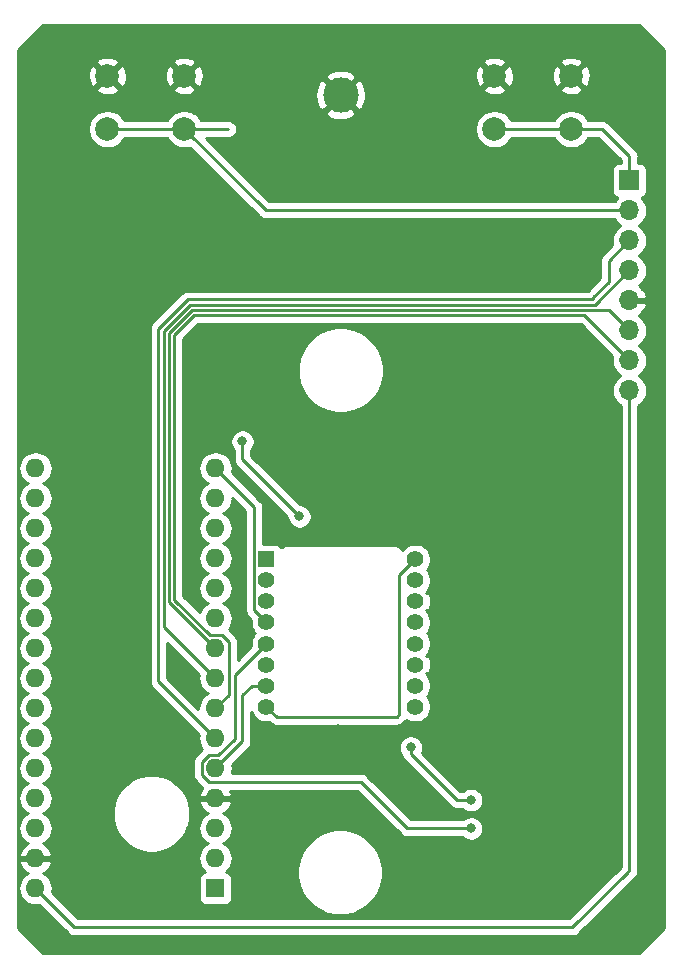
<source format=gbr>
G04 #@! TF.GenerationSoftware,KiCad,Pcbnew,(5.1.4-0-10_14)*
G04 #@! TF.CreationDate,2020-11-05T16:31:29+00:00*
G04 #@! TF.ProjectId,OpenLaserMouse,4f70656e-4c61-4736-9572-4d6f7573652e,rev?*
G04 #@! TF.SameCoordinates,Original*
G04 #@! TF.FileFunction,Copper,L2,Bot*
G04 #@! TF.FilePolarity,Positive*
%FSLAX46Y46*%
G04 Gerber Fmt 4.6, Leading zero omitted, Abs format (unit mm)*
G04 Created by KiCad (PCBNEW (5.1.4-0-10_14)) date 2020-11-05 16:31:29*
%MOMM*%
%LPD*%
G04 APERTURE LIST*
%ADD10C,2.000000*%
%ADD11O,1.700000X1.700000*%
%ADD12R,1.700000X1.700000*%
%ADD13O,1.600000X1.600000*%
%ADD14R,1.600000X1.600000*%
%ADD15C,3.000000*%
%ADD16C,1.400000*%
%ADD17R,1.400000X1.400000*%
%ADD18C,0.800000*%
%ADD19C,0.250000*%
%ADD20C,0.254000*%
G04 APERTURE END LIST*
D10*
X87526000Y-49064000D03*
X87526000Y-53564000D03*
X81026000Y-49064000D03*
X81026000Y-53564000D03*
D11*
X92456000Y-75692000D03*
X92456000Y-73152000D03*
X92456000Y-70612000D03*
X92456000Y-68072000D03*
X92456000Y-65532000D03*
X92456000Y-62992000D03*
X92456000Y-60452000D03*
D12*
X92456000Y-57912000D03*
D10*
X54760000Y-49064000D03*
X54760000Y-53564000D03*
X48260000Y-49064000D03*
X48260000Y-53564000D03*
D13*
X42164000Y-82296000D03*
X57404000Y-82296000D03*
X42164000Y-117856000D03*
X57404000Y-84836000D03*
X42164000Y-115316000D03*
X57404000Y-87376000D03*
X42164000Y-112776000D03*
X57404000Y-89916000D03*
X42164000Y-110236000D03*
X57404000Y-92456000D03*
X42164000Y-107696000D03*
X57404000Y-94996000D03*
X42164000Y-105156000D03*
X57404000Y-97536000D03*
X42164000Y-102616000D03*
X57404000Y-100076000D03*
X42164000Y-100076000D03*
X57404000Y-102616000D03*
X42164000Y-97536000D03*
X57404000Y-105156000D03*
X42164000Y-94996000D03*
X57404000Y-107696000D03*
X42164000Y-92456000D03*
X57404000Y-110236000D03*
X42164000Y-89916000D03*
X57404000Y-112776000D03*
X42164000Y-87376000D03*
X57404000Y-115316000D03*
X42164000Y-84836000D03*
D14*
X57404000Y-117856000D03*
D15*
X68000000Y-50673000D03*
D16*
X74322000Y-90000000D03*
X74322000Y-91780000D03*
X74322000Y-93560000D03*
X74322000Y-95340000D03*
X74322000Y-97120000D03*
X74322000Y-98900000D03*
X74322000Y-100680000D03*
X74322000Y-102460000D03*
X61722000Y-102460000D03*
X61722000Y-100680000D03*
X61722000Y-98900000D03*
X61722000Y-97120000D03*
X61722000Y-95340000D03*
X61722000Y-93560000D03*
X61722000Y-91780000D03*
D17*
X61722000Y-90000000D03*
D18*
X79058000Y-110375200D03*
X73939400Y-105918000D03*
X79044800Y-112776000D03*
X54356000Y-99568000D03*
X59436000Y-86106000D03*
X59436000Y-91948000D03*
X67818000Y-106934000D03*
X67818000Y-104394000D03*
X68072000Y-86360000D03*
X72644000Y-86360000D03*
X64516000Y-86360000D03*
X59690000Y-80010000D03*
D19*
X61722000Y-100680000D02*
X60529800Y-100680000D01*
X57404000Y-107696000D02*
X59690000Y-105410000D01*
X59690000Y-101519800D02*
X60529800Y-100680000D01*
X59690000Y-105410000D02*
X59690000Y-101519800D01*
X78492315Y-110375200D02*
X79058000Y-110375200D01*
X77830915Y-110375200D02*
X78492315Y-110375200D01*
X73939400Y-106483685D02*
X77830915Y-110375200D01*
X73939400Y-105918000D02*
X73939400Y-106483685D01*
X75514200Y-112776000D02*
X79044800Y-112776000D01*
X56863999Y-108821001D02*
X69705001Y-108821001D01*
X56278999Y-108236001D02*
X56863999Y-108821001D01*
X56278999Y-107155999D02*
X56278999Y-108236001D01*
X61722000Y-97120000D02*
X59020000Y-99822000D01*
X56863999Y-106570999D02*
X56278999Y-107155999D01*
X59020000Y-105205002D02*
X57654003Y-106570999D01*
X59020000Y-99822000D02*
X59020000Y-105205002D01*
X57654003Y-106570999D02*
X56863999Y-106570999D01*
X73660000Y-112776000D02*
X75514200Y-112776000D01*
X69705001Y-108821001D02*
X73660000Y-112776000D01*
X61722000Y-95340000D02*
X60696999Y-94314999D01*
X60696999Y-85588999D02*
X60696999Y-85607001D01*
X57404000Y-82296000D02*
X60696999Y-85588999D01*
X60696999Y-94314999D02*
X60696999Y-85607001D01*
X53478020Y-93610020D02*
X57404000Y-97536000D01*
X55439599Y-68891991D02*
X53478020Y-70853570D01*
X90735990Y-68891990D02*
X55439599Y-68891991D01*
X92456000Y-70612000D02*
X90735990Y-68891990D01*
X53478020Y-70853570D02*
X53478020Y-70981980D01*
X53478020Y-70981980D02*
X53478020Y-93610020D01*
X53028010Y-95700010D02*
X57404000Y-100076000D01*
X53028010Y-70667170D02*
X53028010Y-70669990D01*
X55253198Y-68441982D02*
X53028010Y-70667170D01*
X89546018Y-68441982D02*
X55253198Y-68441982D01*
X92456000Y-65532000D02*
X89546018Y-68441982D01*
X53028010Y-70669990D02*
X53028010Y-95700010D01*
X88646000Y-69342000D02*
X92456000Y-73152000D01*
X55626000Y-69342000D02*
X88646000Y-69342000D01*
X53928030Y-71039970D02*
X55626000Y-69342000D01*
X53928030Y-93423620D02*
X53928030Y-71039970D01*
X58529001Y-96995999D02*
X57944001Y-96410999D01*
X56915409Y-96410999D02*
X53928030Y-93423620D01*
X57944001Y-96410999D02*
X56915409Y-96410999D01*
X58529001Y-101490999D02*
X58529001Y-96995999D01*
X57404000Y-102616000D02*
X58529001Y-101490999D01*
X52578000Y-100330000D02*
X57404000Y-105156000D01*
X92456000Y-62992000D02*
X90740795Y-64707205D01*
X89408000Y-67818000D02*
X89408000Y-67943590D01*
X90740795Y-66485205D02*
X89408000Y-67818000D01*
X90740795Y-64707205D02*
X90740795Y-66485205D01*
X52578000Y-70480770D02*
X52578000Y-70612000D01*
X55066797Y-67991973D02*
X52578000Y-70480770D01*
X89408000Y-67943590D02*
X89359618Y-67991972D01*
X89359618Y-67991972D02*
X55066797Y-67991973D01*
X52578000Y-70612000D02*
X52578000Y-100330000D01*
X48260000Y-53564000D02*
X54760000Y-53564000D01*
X61648000Y-60452000D02*
X54760000Y-53564000D01*
X92456000Y-60452000D02*
X61648000Y-60452000D01*
X54760000Y-53564000D02*
X58500000Y-53564000D01*
X88064000Y-54102000D02*
X87526000Y-53564000D01*
X86111787Y-53564000D02*
X81026000Y-53564000D01*
X87526000Y-53564000D02*
X86111787Y-53564000D01*
X87526000Y-53564000D02*
X90140000Y-53564000D01*
X92456000Y-55880000D02*
X92456000Y-57912000D01*
X90140000Y-53564000D02*
X92456000Y-55880000D01*
X42164000Y-117856000D02*
X45466000Y-121158000D01*
X45466000Y-121158000D02*
X87630000Y-121158000D01*
X92456000Y-116332000D02*
X92329000Y-116459000D01*
X92456000Y-75692000D02*
X92456000Y-116332000D01*
X87630000Y-121158000D02*
X92329000Y-116459000D01*
X59690000Y-81534000D02*
X64516000Y-86360000D01*
X59690000Y-80010000D02*
X59690000Y-81534000D01*
X61722000Y-102460000D02*
X62580000Y-103318000D01*
X62580000Y-103318000D02*
X72747900Y-103318000D01*
X72747900Y-103318000D02*
X72962700Y-103103000D01*
X72962700Y-103103000D02*
X72962700Y-91359300D01*
X72962700Y-91359300D02*
X74322000Y-90000000D01*
D20*
G36*
X95340000Y-46837381D02*
G01*
X95340001Y-121226618D01*
X93226620Y-123340000D01*
X42773381Y-123340000D01*
X40660000Y-121226620D01*
X40660000Y-117856000D01*
X40722057Y-117856000D01*
X40749764Y-118137309D01*
X40831818Y-118407808D01*
X40965068Y-118657101D01*
X41144392Y-118875608D01*
X41362899Y-119054932D01*
X41612192Y-119188182D01*
X41882691Y-119270236D01*
X42093508Y-119291000D01*
X42234492Y-119291000D01*
X42445309Y-119270236D01*
X42489906Y-119256708D01*
X44902201Y-121669003D01*
X44925999Y-121698001D01*
X45041724Y-121792974D01*
X45173753Y-121863546D01*
X45317014Y-121907003D01*
X45428667Y-121918000D01*
X45428676Y-121918000D01*
X45465999Y-121921676D01*
X45503322Y-121918000D01*
X87592678Y-121918000D01*
X87630000Y-121921676D01*
X87667322Y-121918000D01*
X87667333Y-121918000D01*
X87778986Y-121907003D01*
X87922247Y-121863546D01*
X88054276Y-121792974D01*
X88170001Y-121698001D01*
X88193804Y-121668997D01*
X92892799Y-116970003D01*
X92892804Y-116969997D01*
X92966997Y-116895804D01*
X92996001Y-116872001D01*
X93090974Y-116756276D01*
X93161546Y-116624247D01*
X93205003Y-116480986D01*
X93216000Y-116369333D01*
X93216000Y-116369323D01*
X93219676Y-116332001D01*
X93216000Y-116294678D01*
X93216000Y-76969595D01*
X93285014Y-76932706D01*
X93511134Y-76747134D01*
X93696706Y-76521014D01*
X93834599Y-76263034D01*
X93919513Y-75983111D01*
X93948185Y-75692000D01*
X93919513Y-75400889D01*
X93834599Y-75120966D01*
X93696706Y-74862986D01*
X93511134Y-74636866D01*
X93285014Y-74451294D01*
X93230209Y-74422000D01*
X93285014Y-74392706D01*
X93511134Y-74207134D01*
X93696706Y-73981014D01*
X93834599Y-73723034D01*
X93919513Y-73443111D01*
X93948185Y-73152000D01*
X93919513Y-72860889D01*
X93834599Y-72580966D01*
X93696706Y-72322986D01*
X93511134Y-72096866D01*
X93285014Y-71911294D01*
X93230209Y-71882000D01*
X93285014Y-71852706D01*
X93511134Y-71667134D01*
X93696706Y-71441014D01*
X93834599Y-71183034D01*
X93919513Y-70903111D01*
X93948185Y-70612000D01*
X93919513Y-70320889D01*
X93834599Y-70040966D01*
X93696706Y-69782986D01*
X93511134Y-69556866D01*
X93285014Y-69371294D01*
X93220477Y-69336799D01*
X93337355Y-69267178D01*
X93553588Y-69072269D01*
X93727641Y-68838920D01*
X93852825Y-68576099D01*
X93897476Y-68428890D01*
X93776155Y-68199000D01*
X92583000Y-68199000D01*
X92583000Y-68219000D01*
X92329000Y-68219000D01*
X92329000Y-68199000D01*
X92309000Y-68199000D01*
X92309000Y-67945000D01*
X92329000Y-67945000D01*
X92329000Y-67925000D01*
X92583000Y-67925000D01*
X92583000Y-67945000D01*
X93776155Y-67945000D01*
X93897476Y-67715110D01*
X93852825Y-67567901D01*
X93727641Y-67305080D01*
X93553588Y-67071731D01*
X93337355Y-66876822D01*
X93220477Y-66807201D01*
X93285014Y-66772706D01*
X93511134Y-66587134D01*
X93696706Y-66361014D01*
X93834599Y-66103034D01*
X93919513Y-65823111D01*
X93948185Y-65532000D01*
X93919513Y-65240889D01*
X93834599Y-64960966D01*
X93696706Y-64702986D01*
X93511134Y-64476866D01*
X93285014Y-64291294D01*
X93230209Y-64262000D01*
X93285014Y-64232706D01*
X93511134Y-64047134D01*
X93696706Y-63821014D01*
X93834599Y-63563034D01*
X93919513Y-63283111D01*
X93948185Y-62992000D01*
X93919513Y-62700889D01*
X93834599Y-62420966D01*
X93696706Y-62162986D01*
X93511134Y-61936866D01*
X93285014Y-61751294D01*
X93230209Y-61722000D01*
X93285014Y-61692706D01*
X93511134Y-61507134D01*
X93696706Y-61281014D01*
X93834599Y-61023034D01*
X93919513Y-60743111D01*
X93948185Y-60452000D01*
X93919513Y-60160889D01*
X93834599Y-59880966D01*
X93696706Y-59622986D01*
X93511134Y-59396866D01*
X93481313Y-59372393D01*
X93550180Y-59351502D01*
X93660494Y-59292537D01*
X93757185Y-59213185D01*
X93836537Y-59116494D01*
X93895502Y-59006180D01*
X93931812Y-58886482D01*
X93944072Y-58762000D01*
X93944072Y-57062000D01*
X93931812Y-56937518D01*
X93895502Y-56817820D01*
X93836537Y-56707506D01*
X93757185Y-56610815D01*
X93660494Y-56531463D01*
X93550180Y-56472498D01*
X93430482Y-56436188D01*
X93306000Y-56423928D01*
X93216000Y-56423928D01*
X93216000Y-55917333D01*
X93219677Y-55880000D01*
X93205003Y-55731014D01*
X93161546Y-55587753D01*
X93090974Y-55455724D01*
X93019799Y-55368997D01*
X92996001Y-55339999D01*
X92967004Y-55316202D01*
X90703804Y-53053003D01*
X90680001Y-53023999D01*
X90564276Y-52929026D01*
X90432247Y-52858454D01*
X90288986Y-52814997D01*
X90177333Y-52804000D01*
X90177322Y-52804000D01*
X90140000Y-52800324D01*
X90102678Y-52804000D01*
X88980909Y-52804000D01*
X88974918Y-52789537D01*
X88795987Y-52521748D01*
X88568252Y-52294013D01*
X88300463Y-52115082D01*
X88002912Y-51991832D01*
X87687033Y-51929000D01*
X87364967Y-51929000D01*
X87049088Y-51991832D01*
X86751537Y-52115082D01*
X86483748Y-52294013D01*
X86256013Y-52521748D01*
X86077082Y-52789537D01*
X86071091Y-52804000D01*
X82480909Y-52804000D01*
X82474918Y-52789537D01*
X82295987Y-52521748D01*
X82068252Y-52294013D01*
X81800463Y-52115082D01*
X81502912Y-51991832D01*
X81187033Y-51929000D01*
X80864967Y-51929000D01*
X80549088Y-51991832D01*
X80251537Y-52115082D01*
X79983748Y-52294013D01*
X79756013Y-52521748D01*
X79577082Y-52789537D01*
X79453832Y-53087088D01*
X79391000Y-53402967D01*
X79391000Y-53725033D01*
X79453832Y-54040912D01*
X79577082Y-54338463D01*
X79756013Y-54606252D01*
X79983748Y-54833987D01*
X80251537Y-55012918D01*
X80549088Y-55136168D01*
X80864967Y-55199000D01*
X81187033Y-55199000D01*
X81502912Y-55136168D01*
X81800463Y-55012918D01*
X82068252Y-54833987D01*
X82295987Y-54606252D01*
X82474918Y-54338463D01*
X82480909Y-54324000D01*
X86071091Y-54324000D01*
X86077082Y-54338463D01*
X86256013Y-54606252D01*
X86483748Y-54833987D01*
X86751537Y-55012918D01*
X87049088Y-55136168D01*
X87364967Y-55199000D01*
X87687033Y-55199000D01*
X88002912Y-55136168D01*
X88300463Y-55012918D01*
X88568252Y-54833987D01*
X88795987Y-54606252D01*
X88974918Y-54338463D01*
X88980909Y-54324000D01*
X89825199Y-54324000D01*
X91696000Y-56194802D01*
X91696000Y-56423928D01*
X91606000Y-56423928D01*
X91481518Y-56436188D01*
X91361820Y-56472498D01*
X91251506Y-56531463D01*
X91154815Y-56610815D01*
X91075463Y-56707506D01*
X91016498Y-56817820D01*
X90980188Y-56937518D01*
X90967928Y-57062000D01*
X90967928Y-58762000D01*
X90980188Y-58886482D01*
X91016498Y-59006180D01*
X91075463Y-59116494D01*
X91154815Y-59213185D01*
X91251506Y-59292537D01*
X91361820Y-59351502D01*
X91430687Y-59372393D01*
X91400866Y-59396866D01*
X91215294Y-59622986D01*
X91178405Y-59692000D01*
X61962802Y-59692000D01*
X56594801Y-54324000D01*
X58537333Y-54324000D01*
X58648986Y-54313003D01*
X58792247Y-54269546D01*
X58924276Y-54198974D01*
X59040001Y-54104001D01*
X59134974Y-53988276D01*
X59205546Y-53856247D01*
X59249003Y-53712986D01*
X59263677Y-53564000D01*
X59249003Y-53415014D01*
X59205546Y-53271753D01*
X59134974Y-53139724D01*
X59040001Y-53023999D01*
X58924276Y-52929026D01*
X58792247Y-52858454D01*
X58648986Y-52814997D01*
X58537333Y-52804000D01*
X56214909Y-52804000D01*
X56208918Y-52789537D01*
X56029987Y-52521748D01*
X55802252Y-52294013D01*
X55608652Y-52164653D01*
X66687952Y-52164653D01*
X66843962Y-52480214D01*
X67218745Y-52671020D01*
X67623551Y-52785044D01*
X68042824Y-52817902D01*
X68460451Y-52768334D01*
X68860383Y-52638243D01*
X69156038Y-52480214D01*
X69312048Y-52164653D01*
X68000000Y-50852605D01*
X66687952Y-52164653D01*
X55608652Y-52164653D01*
X55534463Y-52115082D01*
X55236912Y-51991832D01*
X54921033Y-51929000D01*
X54598967Y-51929000D01*
X54283088Y-51991832D01*
X53985537Y-52115082D01*
X53717748Y-52294013D01*
X53490013Y-52521748D01*
X53311082Y-52789537D01*
X53305091Y-52804000D01*
X49714909Y-52804000D01*
X49708918Y-52789537D01*
X49529987Y-52521748D01*
X49302252Y-52294013D01*
X49034463Y-52115082D01*
X48736912Y-51991832D01*
X48421033Y-51929000D01*
X48098967Y-51929000D01*
X47783088Y-51991832D01*
X47485537Y-52115082D01*
X47217748Y-52294013D01*
X46990013Y-52521748D01*
X46811082Y-52789537D01*
X46687832Y-53087088D01*
X46625000Y-53402967D01*
X46625000Y-53725033D01*
X46687832Y-54040912D01*
X46811082Y-54338463D01*
X46990013Y-54606252D01*
X47217748Y-54833987D01*
X47485537Y-55012918D01*
X47783088Y-55136168D01*
X48098967Y-55199000D01*
X48421033Y-55199000D01*
X48736912Y-55136168D01*
X49034463Y-55012918D01*
X49302252Y-54833987D01*
X49529987Y-54606252D01*
X49708918Y-54338463D01*
X49714909Y-54324000D01*
X53305091Y-54324000D01*
X53311082Y-54338463D01*
X53490013Y-54606252D01*
X53717748Y-54833987D01*
X53985537Y-55012918D01*
X54283088Y-55136168D01*
X54598967Y-55199000D01*
X54921033Y-55199000D01*
X55236912Y-55136168D01*
X55251376Y-55130177D01*
X61084201Y-60963003D01*
X61107999Y-60992001D01*
X61136997Y-61015799D01*
X61223723Y-61086974D01*
X61355753Y-61157546D01*
X61499014Y-61201003D01*
X61610667Y-61212000D01*
X61610677Y-61212000D01*
X61647999Y-61215676D01*
X61685322Y-61212000D01*
X91178405Y-61212000D01*
X91215294Y-61281014D01*
X91400866Y-61507134D01*
X91626986Y-61692706D01*
X91681791Y-61722000D01*
X91626986Y-61751294D01*
X91400866Y-61936866D01*
X91215294Y-62162986D01*
X91077401Y-62420966D01*
X90992487Y-62700889D01*
X90963815Y-62992000D01*
X90992487Y-63283111D01*
X91015203Y-63357995D01*
X90229798Y-64143401D01*
X90200794Y-64167204D01*
X90147038Y-64232706D01*
X90105821Y-64282929D01*
X90101350Y-64291294D01*
X90035249Y-64414959D01*
X89991792Y-64558220D01*
X89980795Y-64669873D01*
X89980795Y-64669883D01*
X89977119Y-64707205D01*
X89980795Y-64744528D01*
X89980796Y-66170402D01*
X88919227Y-67231972D01*
X55104129Y-67231974D01*
X55066796Y-67228297D01*
X54917810Y-67242971D01*
X54774550Y-67286428D01*
X54642520Y-67357000D01*
X54555793Y-67428174D01*
X54555783Y-67428184D01*
X54526796Y-67451973D01*
X54503007Y-67480960D01*
X52067003Y-69916966D01*
X52037999Y-69940769D01*
X52008287Y-69976974D01*
X51943026Y-70056494D01*
X51905249Y-70127169D01*
X51872454Y-70188524D01*
X51828997Y-70331785D01*
X51818000Y-70443438D01*
X51818000Y-70443448D01*
X51814324Y-70480770D01*
X51818000Y-70518092D01*
X51818000Y-70574668D01*
X51818001Y-100292667D01*
X51814324Y-100330000D01*
X51828998Y-100478985D01*
X51872454Y-100622246D01*
X51943026Y-100754276D01*
X52001070Y-100825002D01*
X52038000Y-100870001D01*
X52066998Y-100893799D01*
X56003292Y-104830094D01*
X55989764Y-104874691D01*
X55962057Y-105156000D01*
X55989764Y-105437309D01*
X56071818Y-105707808D01*
X56205068Y-105957101D01*
X56294330Y-106065867D01*
X55768001Y-106592196D01*
X55738998Y-106615998D01*
X55689434Y-106676392D01*
X55644025Y-106731723D01*
X55620395Y-106775932D01*
X55573453Y-106863753D01*
X55529996Y-107007014D01*
X55518999Y-107118667D01*
X55518999Y-107118677D01*
X55515323Y-107155999D01*
X55518999Y-107193322D01*
X55519000Y-108198669D01*
X55515323Y-108236001D01*
X55519000Y-108273334D01*
X55529997Y-108384987D01*
X55533558Y-108396725D01*
X55573453Y-108528247D01*
X55644025Y-108660277D01*
X55715200Y-108747003D01*
X55738999Y-108776002D01*
X55767997Y-108799800D01*
X56298039Y-109329843D01*
X56172963Y-109498580D01*
X56052754Y-109752913D01*
X56012096Y-109886961D01*
X56134085Y-110109000D01*
X57277000Y-110109000D01*
X57277000Y-110089000D01*
X57531000Y-110089000D01*
X57531000Y-110109000D01*
X58673915Y-110109000D01*
X58795904Y-109886961D01*
X58755246Y-109752913D01*
X58673993Y-109581001D01*
X69390200Y-109581001D01*
X73096201Y-113287003D01*
X73119999Y-113316001D01*
X73235724Y-113410974D01*
X73367753Y-113481546D01*
X73511014Y-113525003D01*
X73622667Y-113536000D01*
X73622676Y-113536000D01*
X73659999Y-113539676D01*
X73697322Y-113536000D01*
X78341089Y-113536000D01*
X78385026Y-113579937D01*
X78554544Y-113693205D01*
X78742902Y-113771226D01*
X78942861Y-113811000D01*
X79146739Y-113811000D01*
X79346698Y-113771226D01*
X79535056Y-113693205D01*
X79704574Y-113579937D01*
X79848737Y-113435774D01*
X79962005Y-113266256D01*
X80040026Y-113077898D01*
X80079800Y-112877939D01*
X80079800Y-112674061D01*
X80040026Y-112474102D01*
X79962005Y-112285744D01*
X79848737Y-112116226D01*
X79704574Y-111972063D01*
X79535056Y-111858795D01*
X79346698Y-111780774D01*
X79146739Y-111741000D01*
X78942861Y-111741000D01*
X78742902Y-111780774D01*
X78554544Y-111858795D01*
X78385026Y-111972063D01*
X78341089Y-112016000D01*
X73974802Y-112016000D01*
X70268805Y-108310004D01*
X70245002Y-108281000D01*
X70129277Y-108186027D01*
X69997248Y-108115455D01*
X69853987Y-108071998D01*
X69742334Y-108061001D01*
X69742323Y-108061001D01*
X69705001Y-108057325D01*
X69667679Y-108061001D01*
X58792849Y-108061001D01*
X58818236Y-107977309D01*
X58845943Y-107696000D01*
X58818236Y-107414691D01*
X58804708Y-107370094D01*
X60201004Y-105973798D01*
X60230001Y-105950001D01*
X60324974Y-105834276D01*
X60334710Y-105816061D01*
X72904400Y-105816061D01*
X72904400Y-106019939D01*
X72944174Y-106219898D01*
X73022195Y-106408256D01*
X73135463Y-106577774D01*
X73190413Y-106632724D01*
X73233854Y-106775932D01*
X73258437Y-106821921D01*
X73304426Y-106907961D01*
X73375601Y-106994687D01*
X73399400Y-107023686D01*
X73428398Y-107047484D01*
X77267116Y-110886203D01*
X77290914Y-110915201D01*
X77406639Y-111010174D01*
X77538668Y-111080746D01*
X77681929Y-111124203D01*
X77793582Y-111135200D01*
X77793591Y-111135200D01*
X77830914Y-111138876D01*
X77868237Y-111135200D01*
X78354289Y-111135200D01*
X78398226Y-111179137D01*
X78567744Y-111292405D01*
X78756102Y-111370426D01*
X78956061Y-111410200D01*
X79159939Y-111410200D01*
X79359898Y-111370426D01*
X79548256Y-111292405D01*
X79717774Y-111179137D01*
X79861937Y-111034974D01*
X79975205Y-110865456D01*
X80053226Y-110677098D01*
X80093000Y-110477139D01*
X80093000Y-110273261D01*
X80053226Y-110073302D01*
X79975205Y-109884944D01*
X79861937Y-109715426D01*
X79717774Y-109571263D01*
X79548256Y-109457995D01*
X79359898Y-109379974D01*
X79159939Y-109340200D01*
X78956061Y-109340200D01*
X78756102Y-109379974D01*
X78567744Y-109457995D01*
X78398226Y-109571263D01*
X78354289Y-109615200D01*
X78145717Y-109615200D01*
X74880671Y-106350155D01*
X74934626Y-106219898D01*
X74974400Y-106019939D01*
X74974400Y-105816061D01*
X74934626Y-105616102D01*
X74856605Y-105427744D01*
X74743337Y-105258226D01*
X74599174Y-105114063D01*
X74429656Y-105000795D01*
X74241298Y-104922774D01*
X74041339Y-104883000D01*
X73837461Y-104883000D01*
X73637502Y-104922774D01*
X73449144Y-105000795D01*
X73279626Y-105114063D01*
X73135463Y-105258226D01*
X73022195Y-105427744D01*
X72944174Y-105616102D01*
X72904400Y-105816061D01*
X60334710Y-105816061D01*
X60395546Y-105702247D01*
X60439003Y-105558986D01*
X60450000Y-105447333D01*
X60450000Y-105447324D01*
X60453676Y-105410001D01*
X60450000Y-105372678D01*
X60450000Y-102877642D01*
X60538939Y-103092359D01*
X60685038Y-103311013D01*
X60870987Y-103496962D01*
X61089641Y-103643061D01*
X61332595Y-103743696D01*
X61590514Y-103795000D01*
X61853486Y-103795000D01*
X61960843Y-103773645D01*
X62016201Y-103829003D01*
X62039999Y-103858001D01*
X62155724Y-103952974D01*
X62287753Y-104023546D01*
X62431014Y-104067003D01*
X62542667Y-104078000D01*
X62542676Y-104078000D01*
X62579999Y-104081676D01*
X62617322Y-104078000D01*
X72710752Y-104078000D01*
X72748255Y-104081676D01*
X72820835Y-104074493D01*
X72896886Y-104067003D01*
X72897060Y-104066950D01*
X72897234Y-104066933D01*
X72967622Y-104045546D01*
X73040147Y-104023546D01*
X73040306Y-104023461D01*
X73040474Y-104023410D01*
X73105197Y-103988776D01*
X73172176Y-103952974D01*
X73172317Y-103952859D01*
X73172471Y-103952776D01*
X73229438Y-103905980D01*
X73287901Y-103858001D01*
X73311814Y-103828862D01*
X73473835Y-103666691D01*
X73502701Y-103643001D01*
X73526618Y-103613858D01*
X73526737Y-103613739D01*
X73549285Y-103586239D01*
X73568875Y-103562368D01*
X73689641Y-103643061D01*
X73932595Y-103743696D01*
X74190514Y-103795000D01*
X74453486Y-103795000D01*
X74711405Y-103743696D01*
X74954359Y-103643061D01*
X75173013Y-103496962D01*
X75358962Y-103311013D01*
X75505061Y-103092359D01*
X75605696Y-102849405D01*
X75657000Y-102591486D01*
X75657000Y-102328514D01*
X75605696Y-102070595D01*
X75505061Y-101827641D01*
X75358962Y-101608987D01*
X75319975Y-101570000D01*
X75358962Y-101531013D01*
X75505061Y-101312359D01*
X75605696Y-101069405D01*
X75657000Y-100811486D01*
X75657000Y-100548514D01*
X75605696Y-100290595D01*
X75505061Y-100047641D01*
X75358962Y-99828987D01*
X75324109Y-99794134D01*
X75359925Y-99758317D01*
X75243271Y-99641663D01*
X75477037Y-99582203D01*
X75587934Y-99343758D01*
X75650183Y-99088260D01*
X75661390Y-98825527D01*
X75621125Y-98565656D01*
X75530935Y-98318634D01*
X75477037Y-98217797D01*
X75243271Y-98158337D01*
X75359925Y-98041683D01*
X75324109Y-98005867D01*
X75358962Y-97971013D01*
X75505061Y-97752359D01*
X75605696Y-97509405D01*
X75657000Y-97251486D01*
X75657000Y-96988514D01*
X75605696Y-96730595D01*
X75505061Y-96487641D01*
X75358962Y-96268987D01*
X75319975Y-96230000D01*
X75358962Y-96191013D01*
X75505061Y-95972359D01*
X75605696Y-95729405D01*
X75657000Y-95471486D01*
X75657000Y-95208514D01*
X75605696Y-94950595D01*
X75505061Y-94707641D01*
X75358962Y-94488987D01*
X75324109Y-94454134D01*
X75359925Y-94418317D01*
X75243271Y-94301663D01*
X75477037Y-94242203D01*
X75587934Y-94003758D01*
X75650183Y-93748260D01*
X75661390Y-93485527D01*
X75621125Y-93225656D01*
X75530935Y-92978634D01*
X75477037Y-92877797D01*
X75243271Y-92818337D01*
X75359925Y-92701683D01*
X75324109Y-92665867D01*
X75358962Y-92631013D01*
X75505061Y-92412359D01*
X75605696Y-92169405D01*
X75657000Y-91911486D01*
X75657000Y-91648514D01*
X75605696Y-91390595D01*
X75505061Y-91147641D01*
X75358962Y-90928987D01*
X75319975Y-90890000D01*
X75358962Y-90851013D01*
X75505061Y-90632359D01*
X75605696Y-90389405D01*
X75657000Y-90131486D01*
X75657000Y-89868514D01*
X75605696Y-89610595D01*
X75505061Y-89367641D01*
X75358962Y-89148987D01*
X75173013Y-88963038D01*
X74954359Y-88816939D01*
X74711405Y-88716304D01*
X74453486Y-88665000D01*
X74190514Y-88665000D01*
X73932595Y-88716304D01*
X73689641Y-88816939D01*
X73470987Y-88963038D01*
X73285038Y-89148987D01*
X73259705Y-89186901D01*
X73215200Y-89103637D01*
X73126475Y-88995525D01*
X73018363Y-88906800D01*
X72895020Y-88840872D01*
X72761184Y-88800273D01*
X72656877Y-88790000D01*
X72622000Y-88786565D01*
X72587123Y-88790000D01*
X63456877Y-88790000D01*
X63422000Y-88786565D01*
X63387123Y-88790000D01*
X63282816Y-88800273D01*
X63148980Y-88840872D01*
X63025637Y-88906800D01*
X62960445Y-88960301D01*
X62952537Y-88945506D01*
X62873185Y-88848815D01*
X62776494Y-88769463D01*
X62666180Y-88710498D01*
X62546482Y-88674188D01*
X62422000Y-88661928D01*
X61456999Y-88661928D01*
X61456999Y-85626322D01*
X61460675Y-85588999D01*
X61456999Y-85551676D01*
X61456999Y-85551666D01*
X61446002Y-85440013D01*
X61402545Y-85296752D01*
X61331973Y-85164723D01*
X61237000Y-85048998D01*
X61208003Y-85025201D01*
X58804708Y-82621906D01*
X58818236Y-82577309D01*
X58845943Y-82296000D01*
X58818236Y-82014691D01*
X58736182Y-81744192D01*
X58602932Y-81494899D01*
X58423608Y-81276392D01*
X58205101Y-81097068D01*
X57955808Y-80963818D01*
X57685309Y-80881764D01*
X57474492Y-80861000D01*
X57333508Y-80861000D01*
X57122691Y-80881764D01*
X56852192Y-80963818D01*
X56602899Y-81097068D01*
X56384392Y-81276392D01*
X56205068Y-81494899D01*
X56071818Y-81744192D01*
X55989764Y-82014691D01*
X55962057Y-82296000D01*
X55989764Y-82577309D01*
X56071818Y-82847808D01*
X56205068Y-83097101D01*
X56384392Y-83315608D01*
X56602899Y-83494932D01*
X56735858Y-83566000D01*
X56602899Y-83637068D01*
X56384392Y-83816392D01*
X56205068Y-84034899D01*
X56071818Y-84284192D01*
X55989764Y-84554691D01*
X55962057Y-84836000D01*
X55989764Y-85117309D01*
X56071818Y-85387808D01*
X56205068Y-85637101D01*
X56384392Y-85855608D01*
X56602899Y-86034932D01*
X56735858Y-86106000D01*
X56602899Y-86177068D01*
X56384392Y-86356392D01*
X56205068Y-86574899D01*
X56071818Y-86824192D01*
X55989764Y-87094691D01*
X55962057Y-87376000D01*
X55989764Y-87657309D01*
X56071818Y-87927808D01*
X56205068Y-88177101D01*
X56384392Y-88395608D01*
X56602899Y-88574932D01*
X56735858Y-88646000D01*
X56602899Y-88717068D01*
X56384392Y-88896392D01*
X56205068Y-89114899D01*
X56071818Y-89364192D01*
X55989764Y-89634691D01*
X55962057Y-89916000D01*
X55989764Y-90197309D01*
X56071818Y-90467808D01*
X56205068Y-90717101D01*
X56384392Y-90935608D01*
X56602899Y-91114932D01*
X56735858Y-91186000D01*
X56602899Y-91257068D01*
X56384392Y-91436392D01*
X56205068Y-91654899D01*
X56071818Y-91904192D01*
X55989764Y-92174691D01*
X55962057Y-92456000D01*
X55989764Y-92737309D01*
X56071818Y-93007808D01*
X56205068Y-93257101D01*
X56384392Y-93475608D01*
X56602899Y-93654932D01*
X56735858Y-93726000D01*
X56602899Y-93797068D01*
X56384392Y-93976392D01*
X56205068Y-94194899D01*
X56071818Y-94444192D01*
X56060550Y-94481338D01*
X54688030Y-93108819D01*
X54688030Y-79908061D01*
X58655000Y-79908061D01*
X58655000Y-80111939D01*
X58694774Y-80311898D01*
X58772795Y-80500256D01*
X58886063Y-80669774D01*
X58930000Y-80713711D01*
X58930001Y-81496668D01*
X58926324Y-81534000D01*
X58940998Y-81682985D01*
X58984454Y-81826246D01*
X59055026Y-81958276D01*
X59126201Y-82045002D01*
X59150000Y-82074001D01*
X59178998Y-82097799D01*
X63481000Y-86399802D01*
X63481000Y-86461939D01*
X63520774Y-86661898D01*
X63598795Y-86850256D01*
X63712063Y-87019774D01*
X63856226Y-87163937D01*
X64025744Y-87277205D01*
X64214102Y-87355226D01*
X64414061Y-87395000D01*
X64617939Y-87395000D01*
X64817898Y-87355226D01*
X65006256Y-87277205D01*
X65175774Y-87163937D01*
X65319937Y-87019774D01*
X65433205Y-86850256D01*
X65511226Y-86661898D01*
X65551000Y-86461939D01*
X65551000Y-86258061D01*
X65511226Y-86058102D01*
X65433205Y-85869744D01*
X65319937Y-85700226D01*
X65175774Y-85556063D01*
X65006256Y-85442795D01*
X64817898Y-85364774D01*
X64617939Y-85325000D01*
X64555802Y-85325000D01*
X60450000Y-81219199D01*
X60450000Y-80713711D01*
X60493937Y-80669774D01*
X60607205Y-80500256D01*
X60685226Y-80311898D01*
X60725000Y-80111939D01*
X60725000Y-79908061D01*
X60685226Y-79708102D01*
X60607205Y-79519744D01*
X60493937Y-79350226D01*
X60349774Y-79206063D01*
X60180256Y-79092795D01*
X59991898Y-79014774D01*
X59791939Y-78975000D01*
X59588061Y-78975000D01*
X59388102Y-79014774D01*
X59199744Y-79092795D01*
X59030226Y-79206063D01*
X58886063Y-79350226D01*
X58772795Y-79519744D01*
X58694774Y-79708102D01*
X58655000Y-79908061D01*
X54688030Y-79908061D01*
X54688030Y-73619484D01*
X64373500Y-73619484D01*
X64373500Y-74335516D01*
X64513191Y-75037790D01*
X64787205Y-75699318D01*
X65185011Y-76294677D01*
X65691323Y-76800989D01*
X66286682Y-77198795D01*
X66948210Y-77472809D01*
X67650484Y-77612500D01*
X68366516Y-77612500D01*
X69068790Y-77472809D01*
X69730318Y-77198795D01*
X70325677Y-76800989D01*
X70831989Y-76294677D01*
X71229795Y-75699318D01*
X71503809Y-75037790D01*
X71643500Y-74335516D01*
X71643500Y-73619484D01*
X71503809Y-72917210D01*
X71229795Y-72255682D01*
X70831989Y-71660323D01*
X70325677Y-71154011D01*
X69730318Y-70756205D01*
X69068790Y-70482191D01*
X68366516Y-70342500D01*
X67650484Y-70342500D01*
X66948210Y-70482191D01*
X66286682Y-70756205D01*
X65691323Y-71154011D01*
X65185011Y-71660323D01*
X64787205Y-72255682D01*
X64513191Y-72917210D01*
X64373500Y-73619484D01*
X54688030Y-73619484D01*
X54688030Y-71354771D01*
X55940802Y-70102000D01*
X88331199Y-70102000D01*
X91015203Y-72786005D01*
X90992487Y-72860889D01*
X90963815Y-73152000D01*
X90992487Y-73443111D01*
X91077401Y-73723034D01*
X91215294Y-73981014D01*
X91400866Y-74207134D01*
X91626986Y-74392706D01*
X91681791Y-74422000D01*
X91626986Y-74451294D01*
X91400866Y-74636866D01*
X91215294Y-74862986D01*
X91077401Y-75120966D01*
X90992487Y-75400889D01*
X90963815Y-75692000D01*
X90992487Y-75983111D01*
X91077401Y-76263034D01*
X91215294Y-76521014D01*
X91400866Y-76747134D01*
X91626986Y-76932706D01*
X91696000Y-76969595D01*
X91696001Y-116017197D01*
X87315199Y-120398000D01*
X45780802Y-120398000D01*
X43564708Y-118181906D01*
X43578236Y-118137309D01*
X43605943Y-117856000D01*
X43578236Y-117574691D01*
X43496182Y-117304192D01*
X43362932Y-117054899D01*
X43183608Y-116836392D01*
X42965101Y-116657068D01*
X42827318Y-116583421D01*
X43019131Y-116468385D01*
X43227519Y-116279414D01*
X43395037Y-116053420D01*
X43515246Y-115799087D01*
X43555904Y-115665039D01*
X43433915Y-115443000D01*
X42291000Y-115443000D01*
X42291000Y-115463000D01*
X42037000Y-115463000D01*
X42037000Y-115443000D01*
X40894085Y-115443000D01*
X40772096Y-115665039D01*
X40812754Y-115799087D01*
X40932963Y-116053420D01*
X41100481Y-116279414D01*
X41308869Y-116468385D01*
X41500682Y-116583421D01*
X41362899Y-116657068D01*
X41144392Y-116836392D01*
X40965068Y-117054899D01*
X40831818Y-117304192D01*
X40749764Y-117574691D01*
X40722057Y-117856000D01*
X40660000Y-117856000D01*
X40660000Y-82296000D01*
X40722057Y-82296000D01*
X40749764Y-82577309D01*
X40831818Y-82847808D01*
X40965068Y-83097101D01*
X41144392Y-83315608D01*
X41362899Y-83494932D01*
X41495858Y-83566000D01*
X41362899Y-83637068D01*
X41144392Y-83816392D01*
X40965068Y-84034899D01*
X40831818Y-84284192D01*
X40749764Y-84554691D01*
X40722057Y-84836000D01*
X40749764Y-85117309D01*
X40831818Y-85387808D01*
X40965068Y-85637101D01*
X41144392Y-85855608D01*
X41362899Y-86034932D01*
X41495858Y-86106000D01*
X41362899Y-86177068D01*
X41144392Y-86356392D01*
X40965068Y-86574899D01*
X40831818Y-86824192D01*
X40749764Y-87094691D01*
X40722057Y-87376000D01*
X40749764Y-87657309D01*
X40831818Y-87927808D01*
X40965068Y-88177101D01*
X41144392Y-88395608D01*
X41362899Y-88574932D01*
X41495858Y-88646000D01*
X41362899Y-88717068D01*
X41144392Y-88896392D01*
X40965068Y-89114899D01*
X40831818Y-89364192D01*
X40749764Y-89634691D01*
X40722057Y-89916000D01*
X40749764Y-90197309D01*
X40831818Y-90467808D01*
X40965068Y-90717101D01*
X41144392Y-90935608D01*
X41362899Y-91114932D01*
X41495858Y-91186000D01*
X41362899Y-91257068D01*
X41144392Y-91436392D01*
X40965068Y-91654899D01*
X40831818Y-91904192D01*
X40749764Y-92174691D01*
X40722057Y-92456000D01*
X40749764Y-92737309D01*
X40831818Y-93007808D01*
X40965068Y-93257101D01*
X41144392Y-93475608D01*
X41362899Y-93654932D01*
X41495858Y-93726000D01*
X41362899Y-93797068D01*
X41144392Y-93976392D01*
X40965068Y-94194899D01*
X40831818Y-94444192D01*
X40749764Y-94714691D01*
X40722057Y-94996000D01*
X40749764Y-95277309D01*
X40831818Y-95547808D01*
X40965068Y-95797101D01*
X41144392Y-96015608D01*
X41362899Y-96194932D01*
X41495858Y-96266000D01*
X41362899Y-96337068D01*
X41144392Y-96516392D01*
X40965068Y-96734899D01*
X40831818Y-96984192D01*
X40749764Y-97254691D01*
X40722057Y-97536000D01*
X40749764Y-97817309D01*
X40831818Y-98087808D01*
X40965068Y-98337101D01*
X41144392Y-98555608D01*
X41362899Y-98734932D01*
X41495858Y-98806000D01*
X41362899Y-98877068D01*
X41144392Y-99056392D01*
X40965068Y-99274899D01*
X40831818Y-99524192D01*
X40749764Y-99794691D01*
X40722057Y-100076000D01*
X40749764Y-100357309D01*
X40831818Y-100627808D01*
X40965068Y-100877101D01*
X41144392Y-101095608D01*
X41362899Y-101274932D01*
X41495858Y-101346000D01*
X41362899Y-101417068D01*
X41144392Y-101596392D01*
X40965068Y-101814899D01*
X40831818Y-102064192D01*
X40749764Y-102334691D01*
X40722057Y-102616000D01*
X40749764Y-102897309D01*
X40831818Y-103167808D01*
X40965068Y-103417101D01*
X41144392Y-103635608D01*
X41362899Y-103814932D01*
X41495858Y-103886000D01*
X41362899Y-103957068D01*
X41144392Y-104136392D01*
X40965068Y-104354899D01*
X40831818Y-104604192D01*
X40749764Y-104874691D01*
X40722057Y-105156000D01*
X40749764Y-105437309D01*
X40831818Y-105707808D01*
X40965068Y-105957101D01*
X41144392Y-106175608D01*
X41362899Y-106354932D01*
X41495858Y-106426000D01*
X41362899Y-106497068D01*
X41144392Y-106676392D01*
X40965068Y-106894899D01*
X40831818Y-107144192D01*
X40749764Y-107414691D01*
X40722057Y-107696000D01*
X40749764Y-107977309D01*
X40831818Y-108247808D01*
X40965068Y-108497101D01*
X41144392Y-108715608D01*
X41362899Y-108894932D01*
X41495858Y-108966000D01*
X41362899Y-109037068D01*
X41144392Y-109216392D01*
X40965068Y-109434899D01*
X40831818Y-109684192D01*
X40749764Y-109954691D01*
X40722057Y-110236000D01*
X40749764Y-110517309D01*
X40831818Y-110787808D01*
X40965068Y-111037101D01*
X41144392Y-111255608D01*
X41362899Y-111434932D01*
X41495858Y-111506000D01*
X41362899Y-111577068D01*
X41144392Y-111756392D01*
X40965068Y-111974899D01*
X40831818Y-112224192D01*
X40749764Y-112494691D01*
X40722057Y-112776000D01*
X40749764Y-113057309D01*
X40831818Y-113327808D01*
X40965068Y-113577101D01*
X41144392Y-113795608D01*
X41362899Y-113974932D01*
X41500682Y-114048579D01*
X41308869Y-114163615D01*
X41100481Y-114352586D01*
X40932963Y-114578580D01*
X40812754Y-114832913D01*
X40772096Y-114966961D01*
X40894085Y-115189000D01*
X42037000Y-115189000D01*
X42037000Y-115169000D01*
X42291000Y-115169000D01*
X42291000Y-115189000D01*
X43433915Y-115189000D01*
X43555904Y-114966961D01*
X43515246Y-114832913D01*
X43395037Y-114578580D01*
X43227519Y-114352586D01*
X43019131Y-114163615D01*
X42827318Y-114048579D01*
X42965101Y-113974932D01*
X43183608Y-113795608D01*
X43362932Y-113577101D01*
X43496182Y-113327808D01*
X43578236Y-113057309D01*
X43605943Y-112776000D01*
X43578236Y-112494691D01*
X43496182Y-112224192D01*
X43362932Y-111974899D01*
X43183608Y-111756392D01*
X42965101Y-111577068D01*
X42832142Y-111506000D01*
X42965101Y-111434932D01*
X43183608Y-111255608D01*
X43222797Y-111207856D01*
X48708800Y-111207856D01*
X48708800Y-111854944D01*
X48835040Y-112489599D01*
X49082671Y-113087431D01*
X49442174Y-113625466D01*
X49899734Y-114083026D01*
X50437769Y-114442529D01*
X51035601Y-114690160D01*
X51670256Y-114816400D01*
X52317344Y-114816400D01*
X52951999Y-114690160D01*
X53549831Y-114442529D01*
X54087866Y-114083026D01*
X54545426Y-113625466D01*
X54904929Y-113087431D01*
X55033928Y-112776000D01*
X55962057Y-112776000D01*
X55989764Y-113057309D01*
X56071818Y-113327808D01*
X56205068Y-113577101D01*
X56384392Y-113795608D01*
X56602899Y-113974932D01*
X56735858Y-114046000D01*
X56602899Y-114117068D01*
X56384392Y-114296392D01*
X56205068Y-114514899D01*
X56071818Y-114764192D01*
X55989764Y-115034691D01*
X55962057Y-115316000D01*
X55989764Y-115597309D01*
X56071818Y-115867808D01*
X56205068Y-116117101D01*
X56384392Y-116335608D01*
X56497482Y-116428419D01*
X56479518Y-116430188D01*
X56359820Y-116466498D01*
X56249506Y-116525463D01*
X56152815Y-116604815D01*
X56073463Y-116701506D01*
X56014498Y-116811820D01*
X55978188Y-116931518D01*
X55965928Y-117056000D01*
X55965928Y-118656000D01*
X55978188Y-118780482D01*
X56014498Y-118900180D01*
X56073463Y-119010494D01*
X56152815Y-119107185D01*
X56249506Y-119186537D01*
X56359820Y-119245502D01*
X56479518Y-119281812D01*
X56604000Y-119294072D01*
X58204000Y-119294072D01*
X58328482Y-119281812D01*
X58448180Y-119245502D01*
X58558494Y-119186537D01*
X58655185Y-119107185D01*
X58734537Y-119010494D01*
X58793502Y-118900180D01*
X58829812Y-118780482D01*
X58842072Y-118656000D01*
X58842072Y-117056000D01*
X58829812Y-116931518D01*
X58793502Y-116811820D01*
X58734537Y-116701506D01*
X58655185Y-116604815D01*
X58558494Y-116525463D01*
X58448180Y-116466498D01*
X58328482Y-116430188D01*
X58310518Y-116428419D01*
X58423608Y-116335608D01*
X58582511Y-116141984D01*
X64310000Y-116141984D01*
X64310000Y-116858016D01*
X64449691Y-117560290D01*
X64723705Y-118221818D01*
X65121511Y-118817177D01*
X65627823Y-119323489D01*
X66223182Y-119721295D01*
X66884710Y-119995309D01*
X67586984Y-120135000D01*
X68303016Y-120135000D01*
X69005290Y-119995309D01*
X69666818Y-119721295D01*
X70262177Y-119323489D01*
X70768489Y-118817177D01*
X71166295Y-118221818D01*
X71440309Y-117560290D01*
X71580000Y-116858016D01*
X71580000Y-116141984D01*
X71440309Y-115439710D01*
X71166295Y-114778182D01*
X70768489Y-114182823D01*
X70262177Y-113676511D01*
X69666818Y-113278705D01*
X69005290Y-113004691D01*
X68303016Y-112865000D01*
X67586984Y-112865000D01*
X66884710Y-113004691D01*
X66223182Y-113278705D01*
X65627823Y-113676511D01*
X65121511Y-114182823D01*
X64723705Y-114778182D01*
X64449691Y-115439710D01*
X64310000Y-116141984D01*
X58582511Y-116141984D01*
X58602932Y-116117101D01*
X58736182Y-115867808D01*
X58818236Y-115597309D01*
X58845943Y-115316000D01*
X58818236Y-115034691D01*
X58736182Y-114764192D01*
X58602932Y-114514899D01*
X58423608Y-114296392D01*
X58205101Y-114117068D01*
X58072142Y-114046000D01*
X58205101Y-113974932D01*
X58423608Y-113795608D01*
X58602932Y-113577101D01*
X58736182Y-113327808D01*
X58818236Y-113057309D01*
X58845943Y-112776000D01*
X58818236Y-112494691D01*
X58736182Y-112224192D01*
X58602932Y-111974899D01*
X58423608Y-111756392D01*
X58205101Y-111577068D01*
X58067318Y-111503421D01*
X58259131Y-111388385D01*
X58467519Y-111199414D01*
X58635037Y-110973420D01*
X58755246Y-110719087D01*
X58795904Y-110585039D01*
X58673915Y-110363000D01*
X57531000Y-110363000D01*
X57531000Y-110383000D01*
X57277000Y-110383000D01*
X57277000Y-110363000D01*
X56134085Y-110363000D01*
X56012096Y-110585039D01*
X56052754Y-110719087D01*
X56172963Y-110973420D01*
X56340481Y-111199414D01*
X56548869Y-111388385D01*
X56740682Y-111503421D01*
X56602899Y-111577068D01*
X56384392Y-111756392D01*
X56205068Y-111974899D01*
X56071818Y-112224192D01*
X55989764Y-112494691D01*
X55962057Y-112776000D01*
X55033928Y-112776000D01*
X55152560Y-112489599D01*
X55278800Y-111854944D01*
X55278800Y-111207856D01*
X55152560Y-110573201D01*
X54904929Y-109975369D01*
X54545426Y-109437334D01*
X54087866Y-108979774D01*
X53549831Y-108620271D01*
X52951999Y-108372640D01*
X52317344Y-108246400D01*
X51670256Y-108246400D01*
X51035601Y-108372640D01*
X50437769Y-108620271D01*
X49899734Y-108979774D01*
X49442174Y-109437334D01*
X49082671Y-109975369D01*
X48835040Y-110573201D01*
X48708800Y-111207856D01*
X43222797Y-111207856D01*
X43362932Y-111037101D01*
X43496182Y-110787808D01*
X43578236Y-110517309D01*
X43605943Y-110236000D01*
X43578236Y-109954691D01*
X43496182Y-109684192D01*
X43362932Y-109434899D01*
X43183608Y-109216392D01*
X42965101Y-109037068D01*
X42832142Y-108966000D01*
X42965101Y-108894932D01*
X43183608Y-108715608D01*
X43362932Y-108497101D01*
X43496182Y-108247808D01*
X43578236Y-107977309D01*
X43605943Y-107696000D01*
X43578236Y-107414691D01*
X43496182Y-107144192D01*
X43362932Y-106894899D01*
X43183608Y-106676392D01*
X42965101Y-106497068D01*
X42832142Y-106426000D01*
X42965101Y-106354932D01*
X43183608Y-106175608D01*
X43362932Y-105957101D01*
X43496182Y-105707808D01*
X43578236Y-105437309D01*
X43605943Y-105156000D01*
X43578236Y-104874691D01*
X43496182Y-104604192D01*
X43362932Y-104354899D01*
X43183608Y-104136392D01*
X42965101Y-103957068D01*
X42832142Y-103886000D01*
X42965101Y-103814932D01*
X43183608Y-103635608D01*
X43362932Y-103417101D01*
X43496182Y-103167808D01*
X43578236Y-102897309D01*
X43605943Y-102616000D01*
X43578236Y-102334691D01*
X43496182Y-102064192D01*
X43362932Y-101814899D01*
X43183608Y-101596392D01*
X42965101Y-101417068D01*
X42832142Y-101346000D01*
X42965101Y-101274932D01*
X43183608Y-101095608D01*
X43362932Y-100877101D01*
X43496182Y-100627808D01*
X43578236Y-100357309D01*
X43605943Y-100076000D01*
X43578236Y-99794691D01*
X43496182Y-99524192D01*
X43362932Y-99274899D01*
X43183608Y-99056392D01*
X42965101Y-98877068D01*
X42832142Y-98806000D01*
X42965101Y-98734932D01*
X43183608Y-98555608D01*
X43362932Y-98337101D01*
X43496182Y-98087808D01*
X43578236Y-97817309D01*
X43605943Y-97536000D01*
X43578236Y-97254691D01*
X43496182Y-96984192D01*
X43362932Y-96734899D01*
X43183608Y-96516392D01*
X42965101Y-96337068D01*
X42832142Y-96266000D01*
X42965101Y-96194932D01*
X43183608Y-96015608D01*
X43362932Y-95797101D01*
X43496182Y-95547808D01*
X43578236Y-95277309D01*
X43605943Y-94996000D01*
X43578236Y-94714691D01*
X43496182Y-94444192D01*
X43362932Y-94194899D01*
X43183608Y-93976392D01*
X42965101Y-93797068D01*
X42832142Y-93726000D01*
X42965101Y-93654932D01*
X43183608Y-93475608D01*
X43362932Y-93257101D01*
X43496182Y-93007808D01*
X43578236Y-92737309D01*
X43605943Y-92456000D01*
X43578236Y-92174691D01*
X43496182Y-91904192D01*
X43362932Y-91654899D01*
X43183608Y-91436392D01*
X42965101Y-91257068D01*
X42832142Y-91186000D01*
X42965101Y-91114932D01*
X43183608Y-90935608D01*
X43362932Y-90717101D01*
X43496182Y-90467808D01*
X43578236Y-90197309D01*
X43605943Y-89916000D01*
X43578236Y-89634691D01*
X43496182Y-89364192D01*
X43362932Y-89114899D01*
X43183608Y-88896392D01*
X42965101Y-88717068D01*
X42832142Y-88646000D01*
X42965101Y-88574932D01*
X43183608Y-88395608D01*
X43362932Y-88177101D01*
X43496182Y-87927808D01*
X43578236Y-87657309D01*
X43605943Y-87376000D01*
X43578236Y-87094691D01*
X43496182Y-86824192D01*
X43362932Y-86574899D01*
X43183608Y-86356392D01*
X42965101Y-86177068D01*
X42832142Y-86106000D01*
X42965101Y-86034932D01*
X43183608Y-85855608D01*
X43362932Y-85637101D01*
X43496182Y-85387808D01*
X43578236Y-85117309D01*
X43605943Y-84836000D01*
X43578236Y-84554691D01*
X43496182Y-84284192D01*
X43362932Y-84034899D01*
X43183608Y-83816392D01*
X42965101Y-83637068D01*
X42832142Y-83566000D01*
X42965101Y-83494932D01*
X43183608Y-83315608D01*
X43362932Y-83097101D01*
X43496182Y-82847808D01*
X43578236Y-82577309D01*
X43605943Y-82296000D01*
X43578236Y-82014691D01*
X43496182Y-81744192D01*
X43362932Y-81494899D01*
X43183608Y-81276392D01*
X42965101Y-81097068D01*
X42715808Y-80963818D01*
X42445309Y-80881764D01*
X42234492Y-80861000D01*
X42093508Y-80861000D01*
X41882691Y-80881764D01*
X41612192Y-80963818D01*
X41362899Y-81097068D01*
X41144392Y-81276392D01*
X40965068Y-81494899D01*
X40831818Y-81744192D01*
X40749764Y-82014691D01*
X40722057Y-82296000D01*
X40660000Y-82296000D01*
X40660000Y-50715824D01*
X65855098Y-50715824D01*
X65904666Y-51133451D01*
X66034757Y-51533383D01*
X66192786Y-51829038D01*
X66508347Y-51985048D01*
X67820395Y-50673000D01*
X68179605Y-50673000D01*
X69491653Y-51985048D01*
X69807214Y-51829038D01*
X69998020Y-51454255D01*
X70112044Y-51049449D01*
X70144902Y-50630176D01*
X70095334Y-50212549D01*
X70091062Y-50199413D01*
X80070192Y-50199413D01*
X80165956Y-50463814D01*
X80455571Y-50604704D01*
X80767108Y-50686384D01*
X81088595Y-50705718D01*
X81407675Y-50661961D01*
X81712088Y-50556795D01*
X81886044Y-50463814D01*
X81981808Y-50199413D01*
X86570192Y-50199413D01*
X86665956Y-50463814D01*
X86955571Y-50604704D01*
X87267108Y-50686384D01*
X87588595Y-50705718D01*
X87907675Y-50661961D01*
X88212088Y-50556795D01*
X88386044Y-50463814D01*
X88481808Y-50199413D01*
X87526000Y-49243605D01*
X86570192Y-50199413D01*
X81981808Y-50199413D01*
X81026000Y-49243605D01*
X80070192Y-50199413D01*
X70091062Y-50199413D01*
X69965243Y-49812617D01*
X69807214Y-49516962D01*
X69491653Y-49360952D01*
X68179605Y-50673000D01*
X67820395Y-50673000D01*
X66508347Y-49360952D01*
X66192786Y-49516962D01*
X66001980Y-49891745D01*
X65887956Y-50296551D01*
X65855098Y-50715824D01*
X40660000Y-50715824D01*
X40660000Y-50199413D01*
X47304192Y-50199413D01*
X47399956Y-50463814D01*
X47689571Y-50604704D01*
X48001108Y-50686384D01*
X48322595Y-50705718D01*
X48641675Y-50661961D01*
X48946088Y-50556795D01*
X49120044Y-50463814D01*
X49215808Y-50199413D01*
X53804192Y-50199413D01*
X53899956Y-50463814D01*
X54189571Y-50604704D01*
X54501108Y-50686384D01*
X54822595Y-50705718D01*
X55141675Y-50661961D01*
X55446088Y-50556795D01*
X55620044Y-50463814D01*
X55715808Y-50199413D01*
X54760000Y-49243605D01*
X53804192Y-50199413D01*
X49215808Y-50199413D01*
X48260000Y-49243605D01*
X47304192Y-50199413D01*
X40660000Y-50199413D01*
X40660000Y-49126595D01*
X46618282Y-49126595D01*
X46662039Y-49445675D01*
X46767205Y-49750088D01*
X46860186Y-49924044D01*
X47124587Y-50019808D01*
X48080395Y-49064000D01*
X48439605Y-49064000D01*
X49395413Y-50019808D01*
X49659814Y-49924044D01*
X49800704Y-49634429D01*
X49882384Y-49322892D01*
X49894189Y-49126595D01*
X53118282Y-49126595D01*
X53162039Y-49445675D01*
X53267205Y-49750088D01*
X53360186Y-49924044D01*
X53624587Y-50019808D01*
X54580395Y-49064000D01*
X54939605Y-49064000D01*
X55895413Y-50019808D01*
X56159814Y-49924044D01*
X56300704Y-49634429D01*
X56382384Y-49322892D01*
X56390896Y-49181347D01*
X66687952Y-49181347D01*
X68000000Y-50493395D01*
X69312048Y-49181347D01*
X69284980Y-49126595D01*
X79384282Y-49126595D01*
X79428039Y-49445675D01*
X79533205Y-49750088D01*
X79626186Y-49924044D01*
X79890587Y-50019808D01*
X80846395Y-49064000D01*
X81205605Y-49064000D01*
X82161413Y-50019808D01*
X82425814Y-49924044D01*
X82566704Y-49634429D01*
X82648384Y-49322892D01*
X82660189Y-49126595D01*
X85884282Y-49126595D01*
X85928039Y-49445675D01*
X86033205Y-49750088D01*
X86126186Y-49924044D01*
X86390587Y-50019808D01*
X87346395Y-49064000D01*
X87705605Y-49064000D01*
X88661413Y-50019808D01*
X88925814Y-49924044D01*
X89066704Y-49634429D01*
X89148384Y-49322892D01*
X89167718Y-49001405D01*
X89123961Y-48682325D01*
X89018795Y-48377912D01*
X88925814Y-48203956D01*
X88661413Y-48108192D01*
X87705605Y-49064000D01*
X87346395Y-49064000D01*
X86390587Y-48108192D01*
X86126186Y-48203956D01*
X85985296Y-48493571D01*
X85903616Y-48805108D01*
X85884282Y-49126595D01*
X82660189Y-49126595D01*
X82667718Y-49001405D01*
X82623961Y-48682325D01*
X82518795Y-48377912D01*
X82425814Y-48203956D01*
X82161413Y-48108192D01*
X81205605Y-49064000D01*
X80846395Y-49064000D01*
X79890587Y-48108192D01*
X79626186Y-48203956D01*
X79485296Y-48493571D01*
X79403616Y-48805108D01*
X79384282Y-49126595D01*
X69284980Y-49126595D01*
X69156038Y-48865786D01*
X68781255Y-48674980D01*
X68376449Y-48560956D01*
X67957176Y-48528098D01*
X67539549Y-48577666D01*
X67139617Y-48707757D01*
X66843962Y-48865786D01*
X66687952Y-49181347D01*
X56390896Y-49181347D01*
X56401718Y-49001405D01*
X56357961Y-48682325D01*
X56252795Y-48377912D01*
X56159814Y-48203956D01*
X55895413Y-48108192D01*
X54939605Y-49064000D01*
X54580395Y-49064000D01*
X53624587Y-48108192D01*
X53360186Y-48203956D01*
X53219296Y-48493571D01*
X53137616Y-48805108D01*
X53118282Y-49126595D01*
X49894189Y-49126595D01*
X49901718Y-49001405D01*
X49857961Y-48682325D01*
X49752795Y-48377912D01*
X49659814Y-48203956D01*
X49395413Y-48108192D01*
X48439605Y-49064000D01*
X48080395Y-49064000D01*
X47124587Y-48108192D01*
X46860186Y-48203956D01*
X46719296Y-48493571D01*
X46637616Y-48805108D01*
X46618282Y-49126595D01*
X40660000Y-49126595D01*
X40660000Y-47928587D01*
X47304192Y-47928587D01*
X48260000Y-48884395D01*
X49215808Y-47928587D01*
X53804192Y-47928587D01*
X54760000Y-48884395D01*
X55715808Y-47928587D01*
X80070192Y-47928587D01*
X81026000Y-48884395D01*
X81981808Y-47928587D01*
X86570192Y-47928587D01*
X87526000Y-48884395D01*
X88481808Y-47928587D01*
X88386044Y-47664186D01*
X88096429Y-47523296D01*
X87784892Y-47441616D01*
X87463405Y-47422282D01*
X87144325Y-47466039D01*
X86839912Y-47571205D01*
X86665956Y-47664186D01*
X86570192Y-47928587D01*
X81981808Y-47928587D01*
X81886044Y-47664186D01*
X81596429Y-47523296D01*
X81284892Y-47441616D01*
X80963405Y-47422282D01*
X80644325Y-47466039D01*
X80339912Y-47571205D01*
X80165956Y-47664186D01*
X80070192Y-47928587D01*
X55715808Y-47928587D01*
X55620044Y-47664186D01*
X55330429Y-47523296D01*
X55018892Y-47441616D01*
X54697405Y-47422282D01*
X54378325Y-47466039D01*
X54073912Y-47571205D01*
X53899956Y-47664186D01*
X53804192Y-47928587D01*
X49215808Y-47928587D01*
X49120044Y-47664186D01*
X48830429Y-47523296D01*
X48518892Y-47441616D01*
X48197405Y-47422282D01*
X47878325Y-47466039D01*
X47573912Y-47571205D01*
X47399956Y-47664186D01*
X47304192Y-47928587D01*
X40660000Y-47928587D01*
X40660000Y-46837380D01*
X42773381Y-44724000D01*
X93226620Y-44724000D01*
X95340000Y-46837381D01*
X95340000Y-46837381D01*
G37*
X95340000Y-46837381D02*
X95340001Y-121226618D01*
X93226620Y-123340000D01*
X42773381Y-123340000D01*
X40660000Y-121226620D01*
X40660000Y-117856000D01*
X40722057Y-117856000D01*
X40749764Y-118137309D01*
X40831818Y-118407808D01*
X40965068Y-118657101D01*
X41144392Y-118875608D01*
X41362899Y-119054932D01*
X41612192Y-119188182D01*
X41882691Y-119270236D01*
X42093508Y-119291000D01*
X42234492Y-119291000D01*
X42445309Y-119270236D01*
X42489906Y-119256708D01*
X44902201Y-121669003D01*
X44925999Y-121698001D01*
X45041724Y-121792974D01*
X45173753Y-121863546D01*
X45317014Y-121907003D01*
X45428667Y-121918000D01*
X45428676Y-121918000D01*
X45465999Y-121921676D01*
X45503322Y-121918000D01*
X87592678Y-121918000D01*
X87630000Y-121921676D01*
X87667322Y-121918000D01*
X87667333Y-121918000D01*
X87778986Y-121907003D01*
X87922247Y-121863546D01*
X88054276Y-121792974D01*
X88170001Y-121698001D01*
X88193804Y-121668997D01*
X92892799Y-116970003D01*
X92892804Y-116969997D01*
X92966997Y-116895804D01*
X92996001Y-116872001D01*
X93090974Y-116756276D01*
X93161546Y-116624247D01*
X93205003Y-116480986D01*
X93216000Y-116369333D01*
X93216000Y-116369323D01*
X93219676Y-116332001D01*
X93216000Y-116294678D01*
X93216000Y-76969595D01*
X93285014Y-76932706D01*
X93511134Y-76747134D01*
X93696706Y-76521014D01*
X93834599Y-76263034D01*
X93919513Y-75983111D01*
X93948185Y-75692000D01*
X93919513Y-75400889D01*
X93834599Y-75120966D01*
X93696706Y-74862986D01*
X93511134Y-74636866D01*
X93285014Y-74451294D01*
X93230209Y-74422000D01*
X93285014Y-74392706D01*
X93511134Y-74207134D01*
X93696706Y-73981014D01*
X93834599Y-73723034D01*
X93919513Y-73443111D01*
X93948185Y-73152000D01*
X93919513Y-72860889D01*
X93834599Y-72580966D01*
X93696706Y-72322986D01*
X93511134Y-72096866D01*
X93285014Y-71911294D01*
X93230209Y-71882000D01*
X93285014Y-71852706D01*
X93511134Y-71667134D01*
X93696706Y-71441014D01*
X93834599Y-71183034D01*
X93919513Y-70903111D01*
X93948185Y-70612000D01*
X93919513Y-70320889D01*
X93834599Y-70040966D01*
X93696706Y-69782986D01*
X93511134Y-69556866D01*
X93285014Y-69371294D01*
X93220477Y-69336799D01*
X93337355Y-69267178D01*
X93553588Y-69072269D01*
X93727641Y-68838920D01*
X93852825Y-68576099D01*
X93897476Y-68428890D01*
X93776155Y-68199000D01*
X92583000Y-68199000D01*
X92583000Y-68219000D01*
X92329000Y-68219000D01*
X92329000Y-68199000D01*
X92309000Y-68199000D01*
X92309000Y-67945000D01*
X92329000Y-67945000D01*
X92329000Y-67925000D01*
X92583000Y-67925000D01*
X92583000Y-67945000D01*
X93776155Y-67945000D01*
X93897476Y-67715110D01*
X93852825Y-67567901D01*
X93727641Y-67305080D01*
X93553588Y-67071731D01*
X93337355Y-66876822D01*
X93220477Y-66807201D01*
X93285014Y-66772706D01*
X93511134Y-66587134D01*
X93696706Y-66361014D01*
X93834599Y-66103034D01*
X93919513Y-65823111D01*
X93948185Y-65532000D01*
X93919513Y-65240889D01*
X93834599Y-64960966D01*
X93696706Y-64702986D01*
X93511134Y-64476866D01*
X93285014Y-64291294D01*
X93230209Y-64262000D01*
X93285014Y-64232706D01*
X93511134Y-64047134D01*
X93696706Y-63821014D01*
X93834599Y-63563034D01*
X93919513Y-63283111D01*
X93948185Y-62992000D01*
X93919513Y-62700889D01*
X93834599Y-62420966D01*
X93696706Y-62162986D01*
X93511134Y-61936866D01*
X93285014Y-61751294D01*
X93230209Y-61722000D01*
X93285014Y-61692706D01*
X93511134Y-61507134D01*
X93696706Y-61281014D01*
X93834599Y-61023034D01*
X93919513Y-60743111D01*
X93948185Y-60452000D01*
X93919513Y-60160889D01*
X93834599Y-59880966D01*
X93696706Y-59622986D01*
X93511134Y-59396866D01*
X93481313Y-59372393D01*
X93550180Y-59351502D01*
X93660494Y-59292537D01*
X93757185Y-59213185D01*
X93836537Y-59116494D01*
X93895502Y-59006180D01*
X93931812Y-58886482D01*
X93944072Y-58762000D01*
X93944072Y-57062000D01*
X93931812Y-56937518D01*
X93895502Y-56817820D01*
X93836537Y-56707506D01*
X93757185Y-56610815D01*
X93660494Y-56531463D01*
X93550180Y-56472498D01*
X93430482Y-56436188D01*
X93306000Y-56423928D01*
X93216000Y-56423928D01*
X93216000Y-55917333D01*
X93219677Y-55880000D01*
X93205003Y-55731014D01*
X93161546Y-55587753D01*
X93090974Y-55455724D01*
X93019799Y-55368997D01*
X92996001Y-55339999D01*
X92967004Y-55316202D01*
X90703804Y-53053003D01*
X90680001Y-53023999D01*
X90564276Y-52929026D01*
X90432247Y-52858454D01*
X90288986Y-52814997D01*
X90177333Y-52804000D01*
X90177322Y-52804000D01*
X90140000Y-52800324D01*
X90102678Y-52804000D01*
X88980909Y-52804000D01*
X88974918Y-52789537D01*
X88795987Y-52521748D01*
X88568252Y-52294013D01*
X88300463Y-52115082D01*
X88002912Y-51991832D01*
X87687033Y-51929000D01*
X87364967Y-51929000D01*
X87049088Y-51991832D01*
X86751537Y-52115082D01*
X86483748Y-52294013D01*
X86256013Y-52521748D01*
X86077082Y-52789537D01*
X86071091Y-52804000D01*
X82480909Y-52804000D01*
X82474918Y-52789537D01*
X82295987Y-52521748D01*
X82068252Y-52294013D01*
X81800463Y-52115082D01*
X81502912Y-51991832D01*
X81187033Y-51929000D01*
X80864967Y-51929000D01*
X80549088Y-51991832D01*
X80251537Y-52115082D01*
X79983748Y-52294013D01*
X79756013Y-52521748D01*
X79577082Y-52789537D01*
X79453832Y-53087088D01*
X79391000Y-53402967D01*
X79391000Y-53725033D01*
X79453832Y-54040912D01*
X79577082Y-54338463D01*
X79756013Y-54606252D01*
X79983748Y-54833987D01*
X80251537Y-55012918D01*
X80549088Y-55136168D01*
X80864967Y-55199000D01*
X81187033Y-55199000D01*
X81502912Y-55136168D01*
X81800463Y-55012918D01*
X82068252Y-54833987D01*
X82295987Y-54606252D01*
X82474918Y-54338463D01*
X82480909Y-54324000D01*
X86071091Y-54324000D01*
X86077082Y-54338463D01*
X86256013Y-54606252D01*
X86483748Y-54833987D01*
X86751537Y-55012918D01*
X87049088Y-55136168D01*
X87364967Y-55199000D01*
X87687033Y-55199000D01*
X88002912Y-55136168D01*
X88300463Y-55012918D01*
X88568252Y-54833987D01*
X88795987Y-54606252D01*
X88974918Y-54338463D01*
X88980909Y-54324000D01*
X89825199Y-54324000D01*
X91696000Y-56194802D01*
X91696000Y-56423928D01*
X91606000Y-56423928D01*
X91481518Y-56436188D01*
X91361820Y-56472498D01*
X91251506Y-56531463D01*
X91154815Y-56610815D01*
X91075463Y-56707506D01*
X91016498Y-56817820D01*
X90980188Y-56937518D01*
X90967928Y-57062000D01*
X90967928Y-58762000D01*
X90980188Y-58886482D01*
X91016498Y-59006180D01*
X91075463Y-59116494D01*
X91154815Y-59213185D01*
X91251506Y-59292537D01*
X91361820Y-59351502D01*
X91430687Y-59372393D01*
X91400866Y-59396866D01*
X91215294Y-59622986D01*
X91178405Y-59692000D01*
X61962802Y-59692000D01*
X56594801Y-54324000D01*
X58537333Y-54324000D01*
X58648986Y-54313003D01*
X58792247Y-54269546D01*
X58924276Y-54198974D01*
X59040001Y-54104001D01*
X59134974Y-53988276D01*
X59205546Y-53856247D01*
X59249003Y-53712986D01*
X59263677Y-53564000D01*
X59249003Y-53415014D01*
X59205546Y-53271753D01*
X59134974Y-53139724D01*
X59040001Y-53023999D01*
X58924276Y-52929026D01*
X58792247Y-52858454D01*
X58648986Y-52814997D01*
X58537333Y-52804000D01*
X56214909Y-52804000D01*
X56208918Y-52789537D01*
X56029987Y-52521748D01*
X55802252Y-52294013D01*
X55608652Y-52164653D01*
X66687952Y-52164653D01*
X66843962Y-52480214D01*
X67218745Y-52671020D01*
X67623551Y-52785044D01*
X68042824Y-52817902D01*
X68460451Y-52768334D01*
X68860383Y-52638243D01*
X69156038Y-52480214D01*
X69312048Y-52164653D01*
X68000000Y-50852605D01*
X66687952Y-52164653D01*
X55608652Y-52164653D01*
X55534463Y-52115082D01*
X55236912Y-51991832D01*
X54921033Y-51929000D01*
X54598967Y-51929000D01*
X54283088Y-51991832D01*
X53985537Y-52115082D01*
X53717748Y-52294013D01*
X53490013Y-52521748D01*
X53311082Y-52789537D01*
X53305091Y-52804000D01*
X49714909Y-52804000D01*
X49708918Y-52789537D01*
X49529987Y-52521748D01*
X49302252Y-52294013D01*
X49034463Y-52115082D01*
X48736912Y-51991832D01*
X48421033Y-51929000D01*
X48098967Y-51929000D01*
X47783088Y-51991832D01*
X47485537Y-52115082D01*
X47217748Y-52294013D01*
X46990013Y-52521748D01*
X46811082Y-52789537D01*
X46687832Y-53087088D01*
X46625000Y-53402967D01*
X46625000Y-53725033D01*
X46687832Y-54040912D01*
X46811082Y-54338463D01*
X46990013Y-54606252D01*
X47217748Y-54833987D01*
X47485537Y-55012918D01*
X47783088Y-55136168D01*
X48098967Y-55199000D01*
X48421033Y-55199000D01*
X48736912Y-55136168D01*
X49034463Y-55012918D01*
X49302252Y-54833987D01*
X49529987Y-54606252D01*
X49708918Y-54338463D01*
X49714909Y-54324000D01*
X53305091Y-54324000D01*
X53311082Y-54338463D01*
X53490013Y-54606252D01*
X53717748Y-54833987D01*
X53985537Y-55012918D01*
X54283088Y-55136168D01*
X54598967Y-55199000D01*
X54921033Y-55199000D01*
X55236912Y-55136168D01*
X55251376Y-55130177D01*
X61084201Y-60963003D01*
X61107999Y-60992001D01*
X61136997Y-61015799D01*
X61223723Y-61086974D01*
X61355753Y-61157546D01*
X61499014Y-61201003D01*
X61610667Y-61212000D01*
X61610677Y-61212000D01*
X61647999Y-61215676D01*
X61685322Y-61212000D01*
X91178405Y-61212000D01*
X91215294Y-61281014D01*
X91400866Y-61507134D01*
X91626986Y-61692706D01*
X91681791Y-61722000D01*
X91626986Y-61751294D01*
X91400866Y-61936866D01*
X91215294Y-62162986D01*
X91077401Y-62420966D01*
X90992487Y-62700889D01*
X90963815Y-62992000D01*
X90992487Y-63283111D01*
X91015203Y-63357995D01*
X90229798Y-64143401D01*
X90200794Y-64167204D01*
X90147038Y-64232706D01*
X90105821Y-64282929D01*
X90101350Y-64291294D01*
X90035249Y-64414959D01*
X89991792Y-64558220D01*
X89980795Y-64669873D01*
X89980795Y-64669883D01*
X89977119Y-64707205D01*
X89980795Y-64744528D01*
X89980796Y-66170402D01*
X88919227Y-67231972D01*
X55104129Y-67231974D01*
X55066796Y-67228297D01*
X54917810Y-67242971D01*
X54774550Y-67286428D01*
X54642520Y-67357000D01*
X54555793Y-67428174D01*
X54555783Y-67428184D01*
X54526796Y-67451973D01*
X54503007Y-67480960D01*
X52067003Y-69916966D01*
X52037999Y-69940769D01*
X52008287Y-69976974D01*
X51943026Y-70056494D01*
X51905249Y-70127169D01*
X51872454Y-70188524D01*
X51828997Y-70331785D01*
X51818000Y-70443438D01*
X51818000Y-70443448D01*
X51814324Y-70480770D01*
X51818000Y-70518092D01*
X51818000Y-70574668D01*
X51818001Y-100292667D01*
X51814324Y-100330000D01*
X51828998Y-100478985D01*
X51872454Y-100622246D01*
X51943026Y-100754276D01*
X52001070Y-100825002D01*
X52038000Y-100870001D01*
X52066998Y-100893799D01*
X56003292Y-104830094D01*
X55989764Y-104874691D01*
X55962057Y-105156000D01*
X55989764Y-105437309D01*
X56071818Y-105707808D01*
X56205068Y-105957101D01*
X56294330Y-106065867D01*
X55768001Y-106592196D01*
X55738998Y-106615998D01*
X55689434Y-106676392D01*
X55644025Y-106731723D01*
X55620395Y-106775932D01*
X55573453Y-106863753D01*
X55529996Y-107007014D01*
X55518999Y-107118667D01*
X55518999Y-107118677D01*
X55515323Y-107155999D01*
X55518999Y-107193322D01*
X55519000Y-108198669D01*
X55515323Y-108236001D01*
X55519000Y-108273334D01*
X55529997Y-108384987D01*
X55533558Y-108396725D01*
X55573453Y-108528247D01*
X55644025Y-108660277D01*
X55715200Y-108747003D01*
X55738999Y-108776002D01*
X55767997Y-108799800D01*
X56298039Y-109329843D01*
X56172963Y-109498580D01*
X56052754Y-109752913D01*
X56012096Y-109886961D01*
X56134085Y-110109000D01*
X57277000Y-110109000D01*
X57277000Y-110089000D01*
X57531000Y-110089000D01*
X57531000Y-110109000D01*
X58673915Y-110109000D01*
X58795904Y-109886961D01*
X58755246Y-109752913D01*
X58673993Y-109581001D01*
X69390200Y-109581001D01*
X73096201Y-113287003D01*
X73119999Y-113316001D01*
X73235724Y-113410974D01*
X73367753Y-113481546D01*
X73511014Y-113525003D01*
X73622667Y-113536000D01*
X73622676Y-113536000D01*
X73659999Y-113539676D01*
X73697322Y-113536000D01*
X78341089Y-113536000D01*
X78385026Y-113579937D01*
X78554544Y-113693205D01*
X78742902Y-113771226D01*
X78942861Y-113811000D01*
X79146739Y-113811000D01*
X79346698Y-113771226D01*
X79535056Y-113693205D01*
X79704574Y-113579937D01*
X79848737Y-113435774D01*
X79962005Y-113266256D01*
X80040026Y-113077898D01*
X80079800Y-112877939D01*
X80079800Y-112674061D01*
X80040026Y-112474102D01*
X79962005Y-112285744D01*
X79848737Y-112116226D01*
X79704574Y-111972063D01*
X79535056Y-111858795D01*
X79346698Y-111780774D01*
X79146739Y-111741000D01*
X78942861Y-111741000D01*
X78742902Y-111780774D01*
X78554544Y-111858795D01*
X78385026Y-111972063D01*
X78341089Y-112016000D01*
X73974802Y-112016000D01*
X70268805Y-108310004D01*
X70245002Y-108281000D01*
X70129277Y-108186027D01*
X69997248Y-108115455D01*
X69853987Y-108071998D01*
X69742334Y-108061001D01*
X69742323Y-108061001D01*
X69705001Y-108057325D01*
X69667679Y-108061001D01*
X58792849Y-108061001D01*
X58818236Y-107977309D01*
X58845943Y-107696000D01*
X58818236Y-107414691D01*
X58804708Y-107370094D01*
X60201004Y-105973798D01*
X60230001Y-105950001D01*
X60324974Y-105834276D01*
X60334710Y-105816061D01*
X72904400Y-105816061D01*
X72904400Y-106019939D01*
X72944174Y-106219898D01*
X73022195Y-106408256D01*
X73135463Y-106577774D01*
X73190413Y-106632724D01*
X73233854Y-106775932D01*
X73258437Y-106821921D01*
X73304426Y-106907961D01*
X73375601Y-106994687D01*
X73399400Y-107023686D01*
X73428398Y-107047484D01*
X77267116Y-110886203D01*
X77290914Y-110915201D01*
X77406639Y-111010174D01*
X77538668Y-111080746D01*
X77681929Y-111124203D01*
X77793582Y-111135200D01*
X77793591Y-111135200D01*
X77830914Y-111138876D01*
X77868237Y-111135200D01*
X78354289Y-111135200D01*
X78398226Y-111179137D01*
X78567744Y-111292405D01*
X78756102Y-111370426D01*
X78956061Y-111410200D01*
X79159939Y-111410200D01*
X79359898Y-111370426D01*
X79548256Y-111292405D01*
X79717774Y-111179137D01*
X79861937Y-111034974D01*
X79975205Y-110865456D01*
X80053226Y-110677098D01*
X80093000Y-110477139D01*
X80093000Y-110273261D01*
X80053226Y-110073302D01*
X79975205Y-109884944D01*
X79861937Y-109715426D01*
X79717774Y-109571263D01*
X79548256Y-109457995D01*
X79359898Y-109379974D01*
X79159939Y-109340200D01*
X78956061Y-109340200D01*
X78756102Y-109379974D01*
X78567744Y-109457995D01*
X78398226Y-109571263D01*
X78354289Y-109615200D01*
X78145717Y-109615200D01*
X74880671Y-106350155D01*
X74934626Y-106219898D01*
X74974400Y-106019939D01*
X74974400Y-105816061D01*
X74934626Y-105616102D01*
X74856605Y-105427744D01*
X74743337Y-105258226D01*
X74599174Y-105114063D01*
X74429656Y-105000795D01*
X74241298Y-104922774D01*
X74041339Y-104883000D01*
X73837461Y-104883000D01*
X73637502Y-104922774D01*
X73449144Y-105000795D01*
X73279626Y-105114063D01*
X73135463Y-105258226D01*
X73022195Y-105427744D01*
X72944174Y-105616102D01*
X72904400Y-105816061D01*
X60334710Y-105816061D01*
X60395546Y-105702247D01*
X60439003Y-105558986D01*
X60450000Y-105447333D01*
X60450000Y-105447324D01*
X60453676Y-105410001D01*
X60450000Y-105372678D01*
X60450000Y-102877642D01*
X60538939Y-103092359D01*
X60685038Y-103311013D01*
X60870987Y-103496962D01*
X61089641Y-103643061D01*
X61332595Y-103743696D01*
X61590514Y-103795000D01*
X61853486Y-103795000D01*
X61960843Y-103773645D01*
X62016201Y-103829003D01*
X62039999Y-103858001D01*
X62155724Y-103952974D01*
X62287753Y-104023546D01*
X62431014Y-104067003D01*
X62542667Y-104078000D01*
X62542676Y-104078000D01*
X62579999Y-104081676D01*
X62617322Y-104078000D01*
X72710752Y-104078000D01*
X72748255Y-104081676D01*
X72820835Y-104074493D01*
X72896886Y-104067003D01*
X72897060Y-104066950D01*
X72897234Y-104066933D01*
X72967622Y-104045546D01*
X73040147Y-104023546D01*
X73040306Y-104023461D01*
X73040474Y-104023410D01*
X73105197Y-103988776D01*
X73172176Y-103952974D01*
X73172317Y-103952859D01*
X73172471Y-103952776D01*
X73229438Y-103905980D01*
X73287901Y-103858001D01*
X73311814Y-103828862D01*
X73473835Y-103666691D01*
X73502701Y-103643001D01*
X73526618Y-103613858D01*
X73526737Y-103613739D01*
X73549285Y-103586239D01*
X73568875Y-103562368D01*
X73689641Y-103643061D01*
X73932595Y-103743696D01*
X74190514Y-103795000D01*
X74453486Y-103795000D01*
X74711405Y-103743696D01*
X74954359Y-103643061D01*
X75173013Y-103496962D01*
X75358962Y-103311013D01*
X75505061Y-103092359D01*
X75605696Y-102849405D01*
X75657000Y-102591486D01*
X75657000Y-102328514D01*
X75605696Y-102070595D01*
X75505061Y-101827641D01*
X75358962Y-101608987D01*
X75319975Y-101570000D01*
X75358962Y-101531013D01*
X75505061Y-101312359D01*
X75605696Y-101069405D01*
X75657000Y-100811486D01*
X75657000Y-100548514D01*
X75605696Y-100290595D01*
X75505061Y-100047641D01*
X75358962Y-99828987D01*
X75324109Y-99794134D01*
X75359925Y-99758317D01*
X75243271Y-99641663D01*
X75477037Y-99582203D01*
X75587934Y-99343758D01*
X75650183Y-99088260D01*
X75661390Y-98825527D01*
X75621125Y-98565656D01*
X75530935Y-98318634D01*
X75477037Y-98217797D01*
X75243271Y-98158337D01*
X75359925Y-98041683D01*
X75324109Y-98005867D01*
X75358962Y-97971013D01*
X75505061Y-97752359D01*
X75605696Y-97509405D01*
X75657000Y-97251486D01*
X75657000Y-96988514D01*
X75605696Y-96730595D01*
X75505061Y-96487641D01*
X75358962Y-96268987D01*
X75319975Y-96230000D01*
X75358962Y-96191013D01*
X75505061Y-95972359D01*
X75605696Y-95729405D01*
X75657000Y-95471486D01*
X75657000Y-95208514D01*
X75605696Y-94950595D01*
X75505061Y-94707641D01*
X75358962Y-94488987D01*
X75324109Y-94454134D01*
X75359925Y-94418317D01*
X75243271Y-94301663D01*
X75477037Y-94242203D01*
X75587934Y-94003758D01*
X75650183Y-93748260D01*
X75661390Y-93485527D01*
X75621125Y-93225656D01*
X75530935Y-92978634D01*
X75477037Y-92877797D01*
X75243271Y-92818337D01*
X75359925Y-92701683D01*
X75324109Y-92665867D01*
X75358962Y-92631013D01*
X75505061Y-92412359D01*
X75605696Y-92169405D01*
X75657000Y-91911486D01*
X75657000Y-91648514D01*
X75605696Y-91390595D01*
X75505061Y-91147641D01*
X75358962Y-90928987D01*
X75319975Y-90890000D01*
X75358962Y-90851013D01*
X75505061Y-90632359D01*
X75605696Y-90389405D01*
X75657000Y-90131486D01*
X75657000Y-89868514D01*
X75605696Y-89610595D01*
X75505061Y-89367641D01*
X75358962Y-89148987D01*
X75173013Y-88963038D01*
X74954359Y-88816939D01*
X74711405Y-88716304D01*
X74453486Y-88665000D01*
X74190514Y-88665000D01*
X73932595Y-88716304D01*
X73689641Y-88816939D01*
X73470987Y-88963038D01*
X73285038Y-89148987D01*
X73259705Y-89186901D01*
X73215200Y-89103637D01*
X73126475Y-88995525D01*
X73018363Y-88906800D01*
X72895020Y-88840872D01*
X72761184Y-88800273D01*
X72656877Y-88790000D01*
X72622000Y-88786565D01*
X72587123Y-88790000D01*
X63456877Y-88790000D01*
X63422000Y-88786565D01*
X63387123Y-88790000D01*
X63282816Y-88800273D01*
X63148980Y-88840872D01*
X63025637Y-88906800D01*
X62960445Y-88960301D01*
X62952537Y-88945506D01*
X62873185Y-88848815D01*
X62776494Y-88769463D01*
X62666180Y-88710498D01*
X62546482Y-88674188D01*
X62422000Y-88661928D01*
X61456999Y-88661928D01*
X61456999Y-85626322D01*
X61460675Y-85588999D01*
X61456999Y-85551676D01*
X61456999Y-85551666D01*
X61446002Y-85440013D01*
X61402545Y-85296752D01*
X61331973Y-85164723D01*
X61237000Y-85048998D01*
X61208003Y-85025201D01*
X58804708Y-82621906D01*
X58818236Y-82577309D01*
X58845943Y-82296000D01*
X58818236Y-82014691D01*
X58736182Y-81744192D01*
X58602932Y-81494899D01*
X58423608Y-81276392D01*
X58205101Y-81097068D01*
X57955808Y-80963818D01*
X57685309Y-80881764D01*
X57474492Y-80861000D01*
X57333508Y-80861000D01*
X57122691Y-80881764D01*
X56852192Y-80963818D01*
X56602899Y-81097068D01*
X56384392Y-81276392D01*
X56205068Y-81494899D01*
X56071818Y-81744192D01*
X55989764Y-82014691D01*
X55962057Y-82296000D01*
X55989764Y-82577309D01*
X56071818Y-82847808D01*
X56205068Y-83097101D01*
X56384392Y-83315608D01*
X56602899Y-83494932D01*
X56735858Y-83566000D01*
X56602899Y-83637068D01*
X56384392Y-83816392D01*
X56205068Y-84034899D01*
X56071818Y-84284192D01*
X55989764Y-84554691D01*
X55962057Y-84836000D01*
X55989764Y-85117309D01*
X56071818Y-85387808D01*
X56205068Y-85637101D01*
X56384392Y-85855608D01*
X56602899Y-86034932D01*
X56735858Y-86106000D01*
X56602899Y-86177068D01*
X56384392Y-86356392D01*
X56205068Y-86574899D01*
X56071818Y-86824192D01*
X55989764Y-87094691D01*
X55962057Y-87376000D01*
X55989764Y-87657309D01*
X56071818Y-87927808D01*
X56205068Y-88177101D01*
X56384392Y-88395608D01*
X56602899Y-88574932D01*
X56735858Y-88646000D01*
X56602899Y-88717068D01*
X56384392Y-88896392D01*
X56205068Y-89114899D01*
X56071818Y-89364192D01*
X55989764Y-89634691D01*
X55962057Y-89916000D01*
X55989764Y-90197309D01*
X56071818Y-90467808D01*
X56205068Y-90717101D01*
X56384392Y-90935608D01*
X56602899Y-91114932D01*
X56735858Y-91186000D01*
X56602899Y-91257068D01*
X56384392Y-91436392D01*
X56205068Y-91654899D01*
X56071818Y-91904192D01*
X55989764Y-92174691D01*
X55962057Y-92456000D01*
X55989764Y-92737309D01*
X56071818Y-93007808D01*
X56205068Y-93257101D01*
X56384392Y-93475608D01*
X56602899Y-93654932D01*
X56735858Y-93726000D01*
X56602899Y-93797068D01*
X56384392Y-93976392D01*
X56205068Y-94194899D01*
X56071818Y-94444192D01*
X56060550Y-94481338D01*
X54688030Y-93108819D01*
X54688030Y-79908061D01*
X58655000Y-79908061D01*
X58655000Y-80111939D01*
X58694774Y-80311898D01*
X58772795Y-80500256D01*
X58886063Y-80669774D01*
X58930000Y-80713711D01*
X58930001Y-81496668D01*
X58926324Y-81534000D01*
X58940998Y-81682985D01*
X58984454Y-81826246D01*
X59055026Y-81958276D01*
X59126201Y-82045002D01*
X59150000Y-82074001D01*
X59178998Y-82097799D01*
X63481000Y-86399802D01*
X63481000Y-86461939D01*
X63520774Y-86661898D01*
X63598795Y-86850256D01*
X63712063Y-87019774D01*
X63856226Y-87163937D01*
X64025744Y-87277205D01*
X64214102Y-87355226D01*
X64414061Y-87395000D01*
X64617939Y-87395000D01*
X64817898Y-87355226D01*
X65006256Y-87277205D01*
X65175774Y-87163937D01*
X65319937Y-87019774D01*
X65433205Y-86850256D01*
X65511226Y-86661898D01*
X65551000Y-86461939D01*
X65551000Y-86258061D01*
X65511226Y-86058102D01*
X65433205Y-85869744D01*
X65319937Y-85700226D01*
X65175774Y-85556063D01*
X65006256Y-85442795D01*
X64817898Y-85364774D01*
X64617939Y-85325000D01*
X64555802Y-85325000D01*
X60450000Y-81219199D01*
X60450000Y-80713711D01*
X60493937Y-80669774D01*
X60607205Y-80500256D01*
X60685226Y-80311898D01*
X60725000Y-80111939D01*
X60725000Y-79908061D01*
X60685226Y-79708102D01*
X60607205Y-79519744D01*
X60493937Y-79350226D01*
X60349774Y-79206063D01*
X60180256Y-79092795D01*
X59991898Y-79014774D01*
X59791939Y-78975000D01*
X59588061Y-78975000D01*
X59388102Y-79014774D01*
X59199744Y-79092795D01*
X59030226Y-79206063D01*
X58886063Y-79350226D01*
X58772795Y-79519744D01*
X58694774Y-79708102D01*
X58655000Y-79908061D01*
X54688030Y-79908061D01*
X54688030Y-73619484D01*
X64373500Y-73619484D01*
X64373500Y-74335516D01*
X64513191Y-75037790D01*
X64787205Y-75699318D01*
X65185011Y-76294677D01*
X65691323Y-76800989D01*
X66286682Y-77198795D01*
X66948210Y-77472809D01*
X67650484Y-77612500D01*
X68366516Y-77612500D01*
X69068790Y-77472809D01*
X69730318Y-77198795D01*
X70325677Y-76800989D01*
X70831989Y-76294677D01*
X71229795Y-75699318D01*
X71503809Y-75037790D01*
X71643500Y-74335516D01*
X71643500Y-73619484D01*
X71503809Y-72917210D01*
X71229795Y-72255682D01*
X70831989Y-71660323D01*
X70325677Y-71154011D01*
X69730318Y-70756205D01*
X69068790Y-70482191D01*
X68366516Y-70342500D01*
X67650484Y-70342500D01*
X66948210Y-70482191D01*
X66286682Y-70756205D01*
X65691323Y-71154011D01*
X65185011Y-71660323D01*
X64787205Y-72255682D01*
X64513191Y-72917210D01*
X64373500Y-73619484D01*
X54688030Y-73619484D01*
X54688030Y-71354771D01*
X55940802Y-70102000D01*
X88331199Y-70102000D01*
X91015203Y-72786005D01*
X90992487Y-72860889D01*
X90963815Y-73152000D01*
X90992487Y-73443111D01*
X91077401Y-73723034D01*
X91215294Y-73981014D01*
X91400866Y-74207134D01*
X91626986Y-74392706D01*
X91681791Y-74422000D01*
X91626986Y-74451294D01*
X91400866Y-74636866D01*
X91215294Y-74862986D01*
X91077401Y-75120966D01*
X90992487Y-75400889D01*
X90963815Y-75692000D01*
X90992487Y-75983111D01*
X91077401Y-76263034D01*
X91215294Y-76521014D01*
X91400866Y-76747134D01*
X91626986Y-76932706D01*
X91696000Y-76969595D01*
X91696001Y-116017197D01*
X87315199Y-120398000D01*
X45780802Y-120398000D01*
X43564708Y-118181906D01*
X43578236Y-118137309D01*
X43605943Y-117856000D01*
X43578236Y-117574691D01*
X43496182Y-117304192D01*
X43362932Y-117054899D01*
X43183608Y-116836392D01*
X42965101Y-116657068D01*
X42827318Y-116583421D01*
X43019131Y-116468385D01*
X43227519Y-116279414D01*
X43395037Y-116053420D01*
X43515246Y-115799087D01*
X43555904Y-115665039D01*
X43433915Y-115443000D01*
X42291000Y-115443000D01*
X42291000Y-115463000D01*
X42037000Y-115463000D01*
X42037000Y-115443000D01*
X40894085Y-115443000D01*
X40772096Y-115665039D01*
X40812754Y-115799087D01*
X40932963Y-116053420D01*
X41100481Y-116279414D01*
X41308869Y-116468385D01*
X41500682Y-116583421D01*
X41362899Y-116657068D01*
X41144392Y-116836392D01*
X40965068Y-117054899D01*
X40831818Y-117304192D01*
X40749764Y-117574691D01*
X40722057Y-117856000D01*
X40660000Y-117856000D01*
X40660000Y-82296000D01*
X40722057Y-82296000D01*
X40749764Y-82577309D01*
X40831818Y-82847808D01*
X40965068Y-83097101D01*
X41144392Y-83315608D01*
X41362899Y-83494932D01*
X41495858Y-83566000D01*
X41362899Y-83637068D01*
X41144392Y-83816392D01*
X40965068Y-84034899D01*
X40831818Y-84284192D01*
X40749764Y-84554691D01*
X40722057Y-84836000D01*
X40749764Y-85117309D01*
X40831818Y-85387808D01*
X40965068Y-85637101D01*
X41144392Y-85855608D01*
X41362899Y-86034932D01*
X41495858Y-86106000D01*
X41362899Y-86177068D01*
X41144392Y-86356392D01*
X40965068Y-86574899D01*
X40831818Y-86824192D01*
X40749764Y-87094691D01*
X40722057Y-87376000D01*
X40749764Y-87657309D01*
X40831818Y-87927808D01*
X40965068Y-88177101D01*
X41144392Y-88395608D01*
X41362899Y-88574932D01*
X41495858Y-88646000D01*
X41362899Y-88717068D01*
X41144392Y-88896392D01*
X40965068Y-89114899D01*
X40831818Y-89364192D01*
X40749764Y-89634691D01*
X40722057Y-89916000D01*
X40749764Y-90197309D01*
X40831818Y-90467808D01*
X40965068Y-90717101D01*
X41144392Y-90935608D01*
X41362899Y-91114932D01*
X41495858Y-91186000D01*
X41362899Y-91257068D01*
X41144392Y-91436392D01*
X40965068Y-91654899D01*
X40831818Y-91904192D01*
X40749764Y-92174691D01*
X40722057Y-92456000D01*
X40749764Y-92737309D01*
X40831818Y-93007808D01*
X40965068Y-93257101D01*
X41144392Y-93475608D01*
X41362899Y-93654932D01*
X41495858Y-93726000D01*
X41362899Y-93797068D01*
X41144392Y-93976392D01*
X40965068Y-94194899D01*
X40831818Y-94444192D01*
X40749764Y-94714691D01*
X40722057Y-94996000D01*
X40749764Y-95277309D01*
X40831818Y-95547808D01*
X40965068Y-95797101D01*
X41144392Y-96015608D01*
X41362899Y-96194932D01*
X41495858Y-96266000D01*
X41362899Y-96337068D01*
X41144392Y-96516392D01*
X40965068Y-96734899D01*
X40831818Y-96984192D01*
X40749764Y-97254691D01*
X40722057Y-97536000D01*
X40749764Y-97817309D01*
X40831818Y-98087808D01*
X40965068Y-98337101D01*
X41144392Y-98555608D01*
X41362899Y-98734932D01*
X41495858Y-98806000D01*
X41362899Y-98877068D01*
X41144392Y-99056392D01*
X40965068Y-99274899D01*
X40831818Y-99524192D01*
X40749764Y-99794691D01*
X40722057Y-100076000D01*
X40749764Y-100357309D01*
X40831818Y-100627808D01*
X40965068Y-100877101D01*
X41144392Y-101095608D01*
X41362899Y-101274932D01*
X41495858Y-101346000D01*
X41362899Y-101417068D01*
X41144392Y-101596392D01*
X40965068Y-101814899D01*
X40831818Y-102064192D01*
X40749764Y-102334691D01*
X40722057Y-102616000D01*
X40749764Y-102897309D01*
X40831818Y-103167808D01*
X40965068Y-103417101D01*
X41144392Y-103635608D01*
X41362899Y-103814932D01*
X41495858Y-103886000D01*
X41362899Y-103957068D01*
X41144392Y-104136392D01*
X40965068Y-104354899D01*
X40831818Y-104604192D01*
X40749764Y-104874691D01*
X40722057Y-105156000D01*
X40749764Y-105437309D01*
X40831818Y-105707808D01*
X40965068Y-105957101D01*
X41144392Y-106175608D01*
X41362899Y-106354932D01*
X41495858Y-106426000D01*
X41362899Y-106497068D01*
X41144392Y-106676392D01*
X40965068Y-106894899D01*
X40831818Y-107144192D01*
X40749764Y-107414691D01*
X40722057Y-107696000D01*
X40749764Y-107977309D01*
X40831818Y-108247808D01*
X40965068Y-108497101D01*
X41144392Y-108715608D01*
X41362899Y-108894932D01*
X41495858Y-108966000D01*
X41362899Y-109037068D01*
X41144392Y-109216392D01*
X40965068Y-109434899D01*
X40831818Y-109684192D01*
X40749764Y-109954691D01*
X40722057Y-110236000D01*
X40749764Y-110517309D01*
X40831818Y-110787808D01*
X40965068Y-111037101D01*
X41144392Y-111255608D01*
X41362899Y-111434932D01*
X41495858Y-111506000D01*
X41362899Y-111577068D01*
X41144392Y-111756392D01*
X40965068Y-111974899D01*
X40831818Y-112224192D01*
X40749764Y-112494691D01*
X40722057Y-112776000D01*
X40749764Y-113057309D01*
X40831818Y-113327808D01*
X40965068Y-113577101D01*
X41144392Y-113795608D01*
X41362899Y-113974932D01*
X41500682Y-114048579D01*
X41308869Y-114163615D01*
X41100481Y-114352586D01*
X40932963Y-114578580D01*
X40812754Y-114832913D01*
X40772096Y-114966961D01*
X40894085Y-115189000D01*
X42037000Y-115189000D01*
X42037000Y-115169000D01*
X42291000Y-115169000D01*
X42291000Y-115189000D01*
X43433915Y-115189000D01*
X43555904Y-114966961D01*
X43515246Y-114832913D01*
X43395037Y-114578580D01*
X43227519Y-114352586D01*
X43019131Y-114163615D01*
X42827318Y-114048579D01*
X42965101Y-113974932D01*
X43183608Y-113795608D01*
X43362932Y-113577101D01*
X43496182Y-113327808D01*
X43578236Y-113057309D01*
X43605943Y-112776000D01*
X43578236Y-112494691D01*
X43496182Y-112224192D01*
X43362932Y-111974899D01*
X43183608Y-111756392D01*
X42965101Y-111577068D01*
X42832142Y-111506000D01*
X42965101Y-111434932D01*
X43183608Y-111255608D01*
X43222797Y-111207856D01*
X48708800Y-111207856D01*
X48708800Y-111854944D01*
X48835040Y-112489599D01*
X49082671Y-113087431D01*
X49442174Y-113625466D01*
X49899734Y-114083026D01*
X50437769Y-114442529D01*
X51035601Y-114690160D01*
X51670256Y-114816400D01*
X52317344Y-114816400D01*
X52951999Y-114690160D01*
X53549831Y-114442529D01*
X54087866Y-114083026D01*
X54545426Y-113625466D01*
X54904929Y-113087431D01*
X55033928Y-112776000D01*
X55962057Y-112776000D01*
X55989764Y-113057309D01*
X56071818Y-113327808D01*
X56205068Y-113577101D01*
X56384392Y-113795608D01*
X56602899Y-113974932D01*
X56735858Y-114046000D01*
X56602899Y-114117068D01*
X56384392Y-114296392D01*
X56205068Y-114514899D01*
X56071818Y-114764192D01*
X55989764Y-115034691D01*
X55962057Y-115316000D01*
X55989764Y-115597309D01*
X56071818Y-115867808D01*
X56205068Y-116117101D01*
X56384392Y-116335608D01*
X56497482Y-116428419D01*
X56479518Y-116430188D01*
X56359820Y-116466498D01*
X56249506Y-116525463D01*
X56152815Y-116604815D01*
X56073463Y-116701506D01*
X56014498Y-116811820D01*
X55978188Y-116931518D01*
X55965928Y-117056000D01*
X55965928Y-118656000D01*
X55978188Y-118780482D01*
X56014498Y-118900180D01*
X56073463Y-119010494D01*
X56152815Y-119107185D01*
X56249506Y-119186537D01*
X56359820Y-119245502D01*
X56479518Y-119281812D01*
X56604000Y-119294072D01*
X58204000Y-119294072D01*
X58328482Y-119281812D01*
X58448180Y-119245502D01*
X58558494Y-119186537D01*
X58655185Y-119107185D01*
X58734537Y-119010494D01*
X58793502Y-118900180D01*
X58829812Y-118780482D01*
X58842072Y-118656000D01*
X58842072Y-117056000D01*
X58829812Y-116931518D01*
X58793502Y-116811820D01*
X58734537Y-116701506D01*
X58655185Y-116604815D01*
X58558494Y-116525463D01*
X58448180Y-116466498D01*
X58328482Y-116430188D01*
X58310518Y-116428419D01*
X58423608Y-116335608D01*
X58582511Y-116141984D01*
X64310000Y-116141984D01*
X64310000Y-116858016D01*
X64449691Y-117560290D01*
X64723705Y-118221818D01*
X65121511Y-118817177D01*
X65627823Y-119323489D01*
X66223182Y-119721295D01*
X66884710Y-119995309D01*
X67586984Y-120135000D01*
X68303016Y-120135000D01*
X69005290Y-119995309D01*
X69666818Y-119721295D01*
X70262177Y-119323489D01*
X70768489Y-118817177D01*
X71166295Y-118221818D01*
X71440309Y-117560290D01*
X71580000Y-116858016D01*
X71580000Y-116141984D01*
X71440309Y-115439710D01*
X71166295Y-114778182D01*
X70768489Y-114182823D01*
X70262177Y-113676511D01*
X69666818Y-113278705D01*
X69005290Y-113004691D01*
X68303016Y-112865000D01*
X67586984Y-112865000D01*
X66884710Y-113004691D01*
X66223182Y-113278705D01*
X65627823Y-113676511D01*
X65121511Y-114182823D01*
X64723705Y-114778182D01*
X64449691Y-115439710D01*
X64310000Y-116141984D01*
X58582511Y-116141984D01*
X58602932Y-116117101D01*
X58736182Y-115867808D01*
X58818236Y-115597309D01*
X58845943Y-115316000D01*
X58818236Y-115034691D01*
X58736182Y-114764192D01*
X58602932Y-114514899D01*
X58423608Y-114296392D01*
X58205101Y-114117068D01*
X58072142Y-114046000D01*
X58205101Y-113974932D01*
X58423608Y-113795608D01*
X58602932Y-113577101D01*
X58736182Y-113327808D01*
X58818236Y-113057309D01*
X58845943Y-112776000D01*
X58818236Y-112494691D01*
X58736182Y-112224192D01*
X58602932Y-111974899D01*
X58423608Y-111756392D01*
X58205101Y-111577068D01*
X58067318Y-111503421D01*
X58259131Y-111388385D01*
X58467519Y-111199414D01*
X58635037Y-110973420D01*
X58755246Y-110719087D01*
X58795904Y-110585039D01*
X58673915Y-110363000D01*
X57531000Y-110363000D01*
X57531000Y-110383000D01*
X57277000Y-110383000D01*
X57277000Y-110363000D01*
X56134085Y-110363000D01*
X56012096Y-110585039D01*
X56052754Y-110719087D01*
X56172963Y-110973420D01*
X56340481Y-111199414D01*
X56548869Y-111388385D01*
X56740682Y-111503421D01*
X56602899Y-111577068D01*
X56384392Y-111756392D01*
X56205068Y-111974899D01*
X56071818Y-112224192D01*
X55989764Y-112494691D01*
X55962057Y-112776000D01*
X55033928Y-112776000D01*
X55152560Y-112489599D01*
X55278800Y-111854944D01*
X55278800Y-111207856D01*
X55152560Y-110573201D01*
X54904929Y-109975369D01*
X54545426Y-109437334D01*
X54087866Y-108979774D01*
X53549831Y-108620271D01*
X52951999Y-108372640D01*
X52317344Y-108246400D01*
X51670256Y-108246400D01*
X51035601Y-108372640D01*
X50437769Y-108620271D01*
X49899734Y-108979774D01*
X49442174Y-109437334D01*
X49082671Y-109975369D01*
X48835040Y-110573201D01*
X48708800Y-111207856D01*
X43222797Y-111207856D01*
X43362932Y-111037101D01*
X43496182Y-110787808D01*
X43578236Y-110517309D01*
X43605943Y-110236000D01*
X43578236Y-109954691D01*
X43496182Y-109684192D01*
X43362932Y-109434899D01*
X43183608Y-109216392D01*
X42965101Y-109037068D01*
X42832142Y-108966000D01*
X42965101Y-108894932D01*
X43183608Y-108715608D01*
X43362932Y-108497101D01*
X43496182Y-108247808D01*
X43578236Y-107977309D01*
X43605943Y-107696000D01*
X43578236Y-107414691D01*
X43496182Y-107144192D01*
X43362932Y-106894899D01*
X43183608Y-106676392D01*
X42965101Y-106497068D01*
X42832142Y-106426000D01*
X42965101Y-106354932D01*
X43183608Y-106175608D01*
X43362932Y-105957101D01*
X43496182Y-105707808D01*
X43578236Y-105437309D01*
X43605943Y-105156000D01*
X43578236Y-104874691D01*
X43496182Y-104604192D01*
X43362932Y-104354899D01*
X43183608Y-104136392D01*
X42965101Y-103957068D01*
X42832142Y-103886000D01*
X42965101Y-103814932D01*
X43183608Y-103635608D01*
X43362932Y-103417101D01*
X43496182Y-103167808D01*
X43578236Y-102897309D01*
X43605943Y-102616000D01*
X43578236Y-102334691D01*
X43496182Y-102064192D01*
X43362932Y-101814899D01*
X43183608Y-101596392D01*
X42965101Y-101417068D01*
X42832142Y-101346000D01*
X42965101Y-101274932D01*
X43183608Y-101095608D01*
X43362932Y-100877101D01*
X43496182Y-100627808D01*
X43578236Y-100357309D01*
X43605943Y-100076000D01*
X43578236Y-99794691D01*
X43496182Y-99524192D01*
X43362932Y-99274899D01*
X43183608Y-99056392D01*
X42965101Y-98877068D01*
X42832142Y-98806000D01*
X42965101Y-98734932D01*
X43183608Y-98555608D01*
X43362932Y-98337101D01*
X43496182Y-98087808D01*
X43578236Y-97817309D01*
X43605943Y-97536000D01*
X43578236Y-97254691D01*
X43496182Y-96984192D01*
X43362932Y-96734899D01*
X43183608Y-96516392D01*
X42965101Y-96337068D01*
X42832142Y-96266000D01*
X42965101Y-96194932D01*
X43183608Y-96015608D01*
X43362932Y-95797101D01*
X43496182Y-95547808D01*
X43578236Y-95277309D01*
X43605943Y-94996000D01*
X43578236Y-94714691D01*
X43496182Y-94444192D01*
X43362932Y-94194899D01*
X43183608Y-93976392D01*
X42965101Y-93797068D01*
X42832142Y-93726000D01*
X42965101Y-93654932D01*
X43183608Y-93475608D01*
X43362932Y-93257101D01*
X43496182Y-93007808D01*
X43578236Y-92737309D01*
X43605943Y-92456000D01*
X43578236Y-92174691D01*
X43496182Y-91904192D01*
X43362932Y-91654899D01*
X43183608Y-91436392D01*
X42965101Y-91257068D01*
X42832142Y-91186000D01*
X42965101Y-91114932D01*
X43183608Y-90935608D01*
X43362932Y-90717101D01*
X43496182Y-90467808D01*
X43578236Y-90197309D01*
X43605943Y-89916000D01*
X43578236Y-89634691D01*
X43496182Y-89364192D01*
X43362932Y-89114899D01*
X43183608Y-88896392D01*
X42965101Y-88717068D01*
X42832142Y-88646000D01*
X42965101Y-88574932D01*
X43183608Y-88395608D01*
X43362932Y-88177101D01*
X43496182Y-87927808D01*
X43578236Y-87657309D01*
X43605943Y-87376000D01*
X43578236Y-87094691D01*
X43496182Y-86824192D01*
X43362932Y-86574899D01*
X43183608Y-86356392D01*
X42965101Y-86177068D01*
X42832142Y-86106000D01*
X42965101Y-86034932D01*
X43183608Y-85855608D01*
X43362932Y-85637101D01*
X43496182Y-85387808D01*
X43578236Y-85117309D01*
X43605943Y-84836000D01*
X43578236Y-84554691D01*
X43496182Y-84284192D01*
X43362932Y-84034899D01*
X43183608Y-83816392D01*
X42965101Y-83637068D01*
X42832142Y-83566000D01*
X42965101Y-83494932D01*
X43183608Y-83315608D01*
X43362932Y-83097101D01*
X43496182Y-82847808D01*
X43578236Y-82577309D01*
X43605943Y-82296000D01*
X43578236Y-82014691D01*
X43496182Y-81744192D01*
X43362932Y-81494899D01*
X43183608Y-81276392D01*
X42965101Y-81097068D01*
X42715808Y-80963818D01*
X42445309Y-80881764D01*
X42234492Y-80861000D01*
X42093508Y-80861000D01*
X41882691Y-80881764D01*
X41612192Y-80963818D01*
X41362899Y-81097068D01*
X41144392Y-81276392D01*
X40965068Y-81494899D01*
X40831818Y-81744192D01*
X40749764Y-82014691D01*
X40722057Y-82296000D01*
X40660000Y-82296000D01*
X40660000Y-50715824D01*
X65855098Y-50715824D01*
X65904666Y-51133451D01*
X66034757Y-51533383D01*
X66192786Y-51829038D01*
X66508347Y-51985048D01*
X67820395Y-50673000D01*
X68179605Y-50673000D01*
X69491653Y-51985048D01*
X69807214Y-51829038D01*
X69998020Y-51454255D01*
X70112044Y-51049449D01*
X70144902Y-50630176D01*
X70095334Y-50212549D01*
X70091062Y-50199413D01*
X80070192Y-50199413D01*
X80165956Y-50463814D01*
X80455571Y-50604704D01*
X80767108Y-50686384D01*
X81088595Y-50705718D01*
X81407675Y-50661961D01*
X81712088Y-50556795D01*
X81886044Y-50463814D01*
X81981808Y-50199413D01*
X86570192Y-50199413D01*
X86665956Y-50463814D01*
X86955571Y-50604704D01*
X87267108Y-50686384D01*
X87588595Y-50705718D01*
X87907675Y-50661961D01*
X88212088Y-50556795D01*
X88386044Y-50463814D01*
X88481808Y-50199413D01*
X87526000Y-49243605D01*
X86570192Y-50199413D01*
X81981808Y-50199413D01*
X81026000Y-49243605D01*
X80070192Y-50199413D01*
X70091062Y-50199413D01*
X69965243Y-49812617D01*
X69807214Y-49516962D01*
X69491653Y-49360952D01*
X68179605Y-50673000D01*
X67820395Y-50673000D01*
X66508347Y-49360952D01*
X66192786Y-49516962D01*
X66001980Y-49891745D01*
X65887956Y-50296551D01*
X65855098Y-50715824D01*
X40660000Y-50715824D01*
X40660000Y-50199413D01*
X47304192Y-50199413D01*
X47399956Y-50463814D01*
X47689571Y-50604704D01*
X48001108Y-50686384D01*
X48322595Y-50705718D01*
X48641675Y-50661961D01*
X48946088Y-50556795D01*
X49120044Y-50463814D01*
X49215808Y-50199413D01*
X53804192Y-50199413D01*
X53899956Y-50463814D01*
X54189571Y-50604704D01*
X54501108Y-50686384D01*
X54822595Y-50705718D01*
X55141675Y-50661961D01*
X55446088Y-50556795D01*
X55620044Y-50463814D01*
X55715808Y-50199413D01*
X54760000Y-49243605D01*
X53804192Y-50199413D01*
X49215808Y-50199413D01*
X48260000Y-49243605D01*
X47304192Y-50199413D01*
X40660000Y-50199413D01*
X40660000Y-49126595D01*
X46618282Y-49126595D01*
X46662039Y-49445675D01*
X46767205Y-49750088D01*
X46860186Y-49924044D01*
X47124587Y-50019808D01*
X48080395Y-49064000D01*
X48439605Y-49064000D01*
X49395413Y-50019808D01*
X49659814Y-49924044D01*
X49800704Y-49634429D01*
X49882384Y-49322892D01*
X49894189Y-49126595D01*
X53118282Y-49126595D01*
X53162039Y-49445675D01*
X53267205Y-49750088D01*
X53360186Y-49924044D01*
X53624587Y-50019808D01*
X54580395Y-49064000D01*
X54939605Y-49064000D01*
X55895413Y-50019808D01*
X56159814Y-49924044D01*
X56300704Y-49634429D01*
X56382384Y-49322892D01*
X56390896Y-49181347D01*
X66687952Y-49181347D01*
X68000000Y-50493395D01*
X69312048Y-49181347D01*
X69284980Y-49126595D01*
X79384282Y-49126595D01*
X79428039Y-49445675D01*
X79533205Y-49750088D01*
X79626186Y-49924044D01*
X79890587Y-50019808D01*
X80846395Y-49064000D01*
X81205605Y-49064000D01*
X82161413Y-50019808D01*
X82425814Y-49924044D01*
X82566704Y-49634429D01*
X82648384Y-49322892D01*
X82660189Y-49126595D01*
X85884282Y-49126595D01*
X85928039Y-49445675D01*
X86033205Y-49750088D01*
X86126186Y-49924044D01*
X86390587Y-50019808D01*
X87346395Y-49064000D01*
X87705605Y-49064000D01*
X88661413Y-50019808D01*
X88925814Y-49924044D01*
X89066704Y-49634429D01*
X89148384Y-49322892D01*
X89167718Y-49001405D01*
X89123961Y-48682325D01*
X89018795Y-48377912D01*
X88925814Y-48203956D01*
X88661413Y-48108192D01*
X87705605Y-49064000D01*
X87346395Y-49064000D01*
X86390587Y-48108192D01*
X86126186Y-48203956D01*
X85985296Y-48493571D01*
X85903616Y-48805108D01*
X85884282Y-49126595D01*
X82660189Y-49126595D01*
X82667718Y-49001405D01*
X82623961Y-48682325D01*
X82518795Y-48377912D01*
X82425814Y-48203956D01*
X82161413Y-48108192D01*
X81205605Y-49064000D01*
X80846395Y-49064000D01*
X79890587Y-48108192D01*
X79626186Y-48203956D01*
X79485296Y-48493571D01*
X79403616Y-48805108D01*
X79384282Y-49126595D01*
X69284980Y-49126595D01*
X69156038Y-48865786D01*
X68781255Y-48674980D01*
X68376449Y-48560956D01*
X67957176Y-48528098D01*
X67539549Y-48577666D01*
X67139617Y-48707757D01*
X66843962Y-48865786D01*
X66687952Y-49181347D01*
X56390896Y-49181347D01*
X56401718Y-49001405D01*
X56357961Y-48682325D01*
X56252795Y-48377912D01*
X56159814Y-48203956D01*
X55895413Y-48108192D01*
X54939605Y-49064000D01*
X54580395Y-49064000D01*
X53624587Y-48108192D01*
X53360186Y-48203956D01*
X53219296Y-48493571D01*
X53137616Y-48805108D01*
X53118282Y-49126595D01*
X49894189Y-49126595D01*
X49901718Y-49001405D01*
X49857961Y-48682325D01*
X49752795Y-48377912D01*
X49659814Y-48203956D01*
X49395413Y-48108192D01*
X48439605Y-49064000D01*
X48080395Y-49064000D01*
X47124587Y-48108192D01*
X46860186Y-48203956D01*
X46719296Y-48493571D01*
X46637616Y-48805108D01*
X46618282Y-49126595D01*
X40660000Y-49126595D01*
X40660000Y-47928587D01*
X47304192Y-47928587D01*
X48260000Y-48884395D01*
X49215808Y-47928587D01*
X53804192Y-47928587D01*
X54760000Y-48884395D01*
X55715808Y-47928587D01*
X80070192Y-47928587D01*
X81026000Y-48884395D01*
X81981808Y-47928587D01*
X86570192Y-47928587D01*
X87526000Y-48884395D01*
X88481808Y-47928587D01*
X88386044Y-47664186D01*
X88096429Y-47523296D01*
X87784892Y-47441616D01*
X87463405Y-47422282D01*
X87144325Y-47466039D01*
X86839912Y-47571205D01*
X86665956Y-47664186D01*
X86570192Y-47928587D01*
X81981808Y-47928587D01*
X81886044Y-47664186D01*
X81596429Y-47523296D01*
X81284892Y-47441616D01*
X80963405Y-47422282D01*
X80644325Y-47466039D01*
X80339912Y-47571205D01*
X80165956Y-47664186D01*
X80070192Y-47928587D01*
X55715808Y-47928587D01*
X55620044Y-47664186D01*
X55330429Y-47523296D01*
X55018892Y-47441616D01*
X54697405Y-47422282D01*
X54378325Y-47466039D01*
X54073912Y-47571205D01*
X53899956Y-47664186D01*
X53804192Y-47928587D01*
X49215808Y-47928587D01*
X49120044Y-47664186D01*
X48830429Y-47523296D01*
X48518892Y-47441616D01*
X48197405Y-47422282D01*
X47878325Y-47466039D01*
X47573912Y-47571205D01*
X47399956Y-47664186D01*
X47304192Y-47928587D01*
X40660000Y-47928587D01*
X40660000Y-46837380D01*
X42773381Y-44724000D01*
X93226620Y-44724000D01*
X95340000Y-46837381D01*
G36*
X56003292Y-99750095D02*
G01*
X55989764Y-99794691D01*
X55962057Y-100076000D01*
X55989764Y-100357309D01*
X56071818Y-100627808D01*
X56205068Y-100877101D01*
X56384392Y-101095608D01*
X56602899Y-101274932D01*
X56735858Y-101346000D01*
X56602899Y-101417068D01*
X56384392Y-101596392D01*
X56205068Y-101814899D01*
X56071818Y-102064192D01*
X55989764Y-102334691D01*
X55962057Y-102616000D01*
X55964598Y-102641796D01*
X53338000Y-100015199D01*
X53338000Y-97084801D01*
X56003292Y-99750095D01*
X56003292Y-99750095D01*
G37*
X56003292Y-99750095D02*
X55989764Y-99794691D01*
X55962057Y-100076000D01*
X55989764Y-100357309D01*
X56071818Y-100627808D01*
X56205068Y-100877101D01*
X56384392Y-101095608D01*
X56602899Y-101274932D01*
X56735858Y-101346000D01*
X56602899Y-101417068D01*
X56384392Y-101596392D01*
X56205068Y-101814899D01*
X56071818Y-102064192D01*
X55989764Y-102334691D01*
X55962057Y-102616000D01*
X55964598Y-102641796D01*
X53338000Y-100015199D01*
X53338000Y-97084801D01*
X56003292Y-99750095D01*
G36*
X74515748Y-98885858D02*
G01*
X74501605Y-98900000D01*
X74515748Y-98914143D01*
X74336143Y-99093748D01*
X74322000Y-99079605D01*
X74307858Y-99093748D01*
X74128253Y-98914143D01*
X74142395Y-98900000D01*
X74128253Y-98885858D01*
X74307858Y-98706253D01*
X74322000Y-98720395D01*
X74336143Y-98706253D01*
X74515748Y-98885858D01*
X74515748Y-98885858D01*
G37*
X74515748Y-98885858D02*
X74501605Y-98900000D01*
X74515748Y-98914143D01*
X74336143Y-99093748D01*
X74322000Y-99079605D01*
X74307858Y-99093748D01*
X74128253Y-98914143D01*
X74142395Y-98900000D01*
X74128253Y-98885858D01*
X74307858Y-98706253D01*
X74322000Y-98720395D01*
X74336143Y-98706253D01*
X74515748Y-98885858D01*
G36*
X59937000Y-85903802D02*
G01*
X59936999Y-94277677D01*
X59933323Y-94314999D01*
X59936999Y-94352321D01*
X59936999Y-94352331D01*
X59947996Y-94463984D01*
X59988334Y-94596962D01*
X59991453Y-94607245D01*
X60062025Y-94739275D01*
X60086367Y-94768935D01*
X60156998Y-94855000D01*
X60186001Y-94878803D01*
X60408355Y-95101156D01*
X60387000Y-95208514D01*
X60387000Y-95471486D01*
X60438304Y-95729405D01*
X60538939Y-95972359D01*
X60685038Y-96191013D01*
X60724025Y-96230000D01*
X60685038Y-96268987D01*
X60538939Y-96487641D01*
X60438304Y-96730595D01*
X60387000Y-96988514D01*
X60387000Y-97251486D01*
X60408355Y-97358843D01*
X59289001Y-98478198D01*
X59289001Y-97033322D01*
X59292677Y-96995999D01*
X59289001Y-96958676D01*
X59289001Y-96958666D01*
X59278004Y-96847013D01*
X59234547Y-96703752D01*
X59168399Y-96579999D01*
X59163975Y-96571722D01*
X59092800Y-96484996D01*
X59069002Y-96455998D01*
X59040003Y-96432199D01*
X58513670Y-95905867D01*
X58602932Y-95797101D01*
X58736182Y-95547808D01*
X58818236Y-95277309D01*
X58845943Y-94996000D01*
X58818236Y-94714691D01*
X58736182Y-94444192D01*
X58602932Y-94194899D01*
X58423608Y-93976392D01*
X58205101Y-93797068D01*
X58072142Y-93726000D01*
X58205101Y-93654932D01*
X58423608Y-93475608D01*
X58602932Y-93257101D01*
X58736182Y-93007808D01*
X58818236Y-92737309D01*
X58845943Y-92456000D01*
X58818236Y-92174691D01*
X58736182Y-91904192D01*
X58602932Y-91654899D01*
X58423608Y-91436392D01*
X58205101Y-91257068D01*
X58072142Y-91186000D01*
X58205101Y-91114932D01*
X58423608Y-90935608D01*
X58602932Y-90717101D01*
X58736182Y-90467808D01*
X58818236Y-90197309D01*
X58845943Y-89916000D01*
X58818236Y-89634691D01*
X58736182Y-89364192D01*
X58602932Y-89114899D01*
X58423608Y-88896392D01*
X58205101Y-88717068D01*
X58072142Y-88646000D01*
X58205101Y-88574932D01*
X58423608Y-88395608D01*
X58602932Y-88177101D01*
X58736182Y-87927808D01*
X58818236Y-87657309D01*
X58845943Y-87376000D01*
X58818236Y-87094691D01*
X58736182Y-86824192D01*
X58602932Y-86574899D01*
X58423608Y-86356392D01*
X58205101Y-86177068D01*
X58072142Y-86106000D01*
X58205101Y-86034932D01*
X58423608Y-85855608D01*
X58602932Y-85637101D01*
X58736182Y-85387808D01*
X58818236Y-85117309D01*
X58845943Y-84836000D01*
X58843402Y-84810204D01*
X59937000Y-85903802D01*
X59937000Y-85903802D01*
G37*
X59937000Y-85903802D02*
X59936999Y-94277677D01*
X59933323Y-94314999D01*
X59936999Y-94352321D01*
X59936999Y-94352331D01*
X59947996Y-94463984D01*
X59988334Y-94596962D01*
X59991453Y-94607245D01*
X60062025Y-94739275D01*
X60086367Y-94768935D01*
X60156998Y-94855000D01*
X60186001Y-94878803D01*
X60408355Y-95101156D01*
X60387000Y-95208514D01*
X60387000Y-95471486D01*
X60438304Y-95729405D01*
X60538939Y-95972359D01*
X60685038Y-96191013D01*
X60724025Y-96230000D01*
X60685038Y-96268987D01*
X60538939Y-96487641D01*
X60438304Y-96730595D01*
X60387000Y-96988514D01*
X60387000Y-97251486D01*
X60408355Y-97358843D01*
X59289001Y-98478198D01*
X59289001Y-97033322D01*
X59292677Y-96995999D01*
X59289001Y-96958676D01*
X59289001Y-96958666D01*
X59278004Y-96847013D01*
X59234547Y-96703752D01*
X59168399Y-96579999D01*
X59163975Y-96571722D01*
X59092800Y-96484996D01*
X59069002Y-96455998D01*
X59040003Y-96432199D01*
X58513670Y-95905867D01*
X58602932Y-95797101D01*
X58736182Y-95547808D01*
X58818236Y-95277309D01*
X58845943Y-94996000D01*
X58818236Y-94714691D01*
X58736182Y-94444192D01*
X58602932Y-94194899D01*
X58423608Y-93976392D01*
X58205101Y-93797068D01*
X58072142Y-93726000D01*
X58205101Y-93654932D01*
X58423608Y-93475608D01*
X58602932Y-93257101D01*
X58736182Y-93007808D01*
X58818236Y-92737309D01*
X58845943Y-92456000D01*
X58818236Y-92174691D01*
X58736182Y-91904192D01*
X58602932Y-91654899D01*
X58423608Y-91436392D01*
X58205101Y-91257068D01*
X58072142Y-91186000D01*
X58205101Y-91114932D01*
X58423608Y-90935608D01*
X58602932Y-90717101D01*
X58736182Y-90467808D01*
X58818236Y-90197309D01*
X58845943Y-89916000D01*
X58818236Y-89634691D01*
X58736182Y-89364192D01*
X58602932Y-89114899D01*
X58423608Y-88896392D01*
X58205101Y-88717068D01*
X58072142Y-88646000D01*
X58205101Y-88574932D01*
X58423608Y-88395608D01*
X58602932Y-88177101D01*
X58736182Y-87927808D01*
X58818236Y-87657309D01*
X58845943Y-87376000D01*
X58818236Y-87094691D01*
X58736182Y-86824192D01*
X58602932Y-86574899D01*
X58423608Y-86356392D01*
X58205101Y-86177068D01*
X58072142Y-86106000D01*
X58205101Y-86034932D01*
X58423608Y-85855608D01*
X58602932Y-85637101D01*
X58736182Y-85387808D01*
X58818236Y-85117309D01*
X58845943Y-84836000D01*
X58843402Y-84810204D01*
X59937000Y-85903802D01*
G36*
X74515748Y-93545858D02*
G01*
X74501605Y-93560000D01*
X74515748Y-93574143D01*
X74336143Y-93753748D01*
X74322000Y-93739605D01*
X74307858Y-93753748D01*
X74128253Y-93574143D01*
X74142395Y-93560000D01*
X74128253Y-93545858D01*
X74307858Y-93366253D01*
X74322000Y-93380395D01*
X74336143Y-93366253D01*
X74515748Y-93545858D01*
X74515748Y-93545858D01*
G37*
X74515748Y-93545858D02*
X74501605Y-93560000D01*
X74515748Y-93574143D01*
X74336143Y-93753748D01*
X74322000Y-93739605D01*
X74307858Y-93753748D01*
X74128253Y-93574143D01*
X74142395Y-93560000D01*
X74128253Y-93545858D01*
X74307858Y-93366253D01*
X74322000Y-93380395D01*
X74336143Y-93366253D01*
X74515748Y-93545858D01*
M02*

</source>
